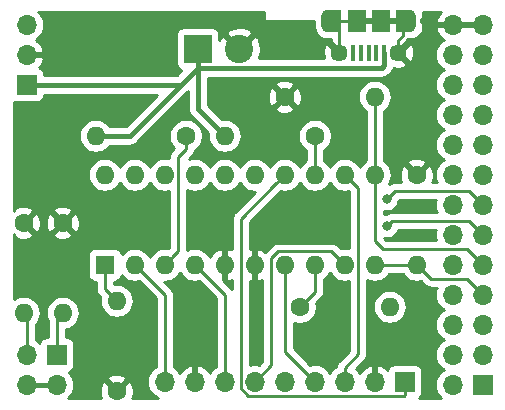
<source format=gbr>
G04 #@! TF.GenerationSoftware,KiCad,Pcbnew,(5.1.4)-1*
G04 #@! TF.CreationDate,2019-12-12T14:50:35-05:00*
G04 #@! TF.ProjectId,led_lock_ctrl,6c65645f-6c6f-4636-9b5f-6374726c2e6b,rev?*
G04 #@! TF.SameCoordinates,Original*
G04 #@! TF.FileFunction,Copper,L1,Top*
G04 #@! TF.FilePolarity,Positive*
%FSLAX46Y46*%
G04 Gerber Fmt 4.6, Leading zero omitted, Abs format (unit mm)*
G04 Created by KiCad (PCBNEW (5.1.4)-1) date 2019-12-12 14:50:35*
%MOMM*%
%LPD*%
G04 APERTURE LIST*
%ADD10O,1.600000X1.600000*%
%ADD11C,1.600000*%
%ADD12R,1.600000X1.600000*%
%ADD13O,1.700000X1.700000*%
%ADD14R,1.700000X1.700000*%
%ADD15C,2.400000*%
%ADD16R,2.400000X2.400000*%
%ADD17O,0.950000X1.900000*%
%ADD18R,1.200000X1.900000*%
%ADD19R,1.500000X1.900000*%
%ADD20R,0.400000X1.350000*%
%ADD21C,1.450000*%
%ADD22C,0.800000*%
%ADD23C,0.250000*%
%ADD24C,0.400000*%
%ADD25C,0.254000*%
G04 APERTURE END LIST*
D10*
X197612000Y-108966000D03*
D11*
X197612000Y-101346000D03*
D10*
X164338000Y-113030000D03*
D11*
X164338000Y-105410000D03*
D10*
X167640000Y-113030000D03*
D11*
X167640000Y-105410000D03*
D10*
X171196000Y-101346000D03*
X194056000Y-108966000D03*
X173736000Y-101346000D03*
X191516000Y-108966000D03*
X176276000Y-101346000D03*
X188976000Y-108966000D03*
X178816000Y-101346000D03*
X186436000Y-108966000D03*
X181356000Y-101346000D03*
X183896000Y-108966000D03*
X183896000Y-101346000D03*
X181356000Y-108966000D03*
X186436000Y-101346000D03*
X178816000Y-108966000D03*
X188976000Y-101346000D03*
X176276000Y-108966000D03*
X191516000Y-101346000D03*
X173736000Y-108966000D03*
X194056000Y-101346000D03*
D12*
X171196000Y-108966000D03*
D13*
X164592000Y-119126000D03*
X164592000Y-116586000D03*
X167132000Y-119126000D03*
D14*
X167132000Y-116586000D03*
D15*
X182570000Y-90678000D03*
D16*
X179070000Y-90678000D03*
D17*
X190048000Y-88296000D03*
X197048000Y-88296000D03*
D18*
X190648000Y-88296000D03*
X196448000Y-88296000D03*
D19*
X192548000Y-88296000D03*
X194548000Y-88296000D03*
D20*
X192248000Y-90996000D03*
X192898000Y-90996000D03*
X193548000Y-90996000D03*
X194198000Y-90996000D03*
X194848000Y-90996000D03*
D21*
X191048000Y-90996000D03*
X196048000Y-90996000D03*
D13*
X200660000Y-88646000D03*
X203200000Y-88646000D03*
X200660000Y-91186000D03*
X203200000Y-91186000D03*
X200660000Y-93726000D03*
X203200000Y-93726000D03*
X200660000Y-96266000D03*
X203200000Y-96266000D03*
X200660000Y-98806000D03*
X203200000Y-98806000D03*
X200660000Y-101346000D03*
X203200000Y-101346000D03*
X200660000Y-103886000D03*
X203200000Y-103886000D03*
X200660000Y-106426000D03*
X203200000Y-106426000D03*
X200660000Y-108966000D03*
X203200000Y-108966000D03*
X200660000Y-111506000D03*
X203200000Y-111506000D03*
X200660000Y-114046000D03*
X203200000Y-114046000D03*
X200660000Y-116586000D03*
X203200000Y-116586000D03*
X200660000Y-119126000D03*
D14*
X203200000Y-119126000D03*
D13*
X164592000Y-88646000D03*
X164592000Y-91186000D03*
D14*
X164592000Y-93726000D03*
D10*
X194056000Y-94742000D03*
D11*
X186436000Y-94742000D03*
D10*
X172212000Y-112014000D03*
D11*
X172212000Y-119634000D03*
D10*
X181356000Y-98044000D03*
D11*
X188976000Y-98044000D03*
D10*
X195326000Y-112522000D03*
D11*
X187706000Y-112522000D03*
D10*
X170434000Y-98044000D03*
D11*
X178054000Y-98044000D03*
D14*
X196596000Y-118872000D03*
D13*
X194056000Y-118872000D03*
X191516000Y-118872000D03*
X188976000Y-118872000D03*
X186436000Y-118872000D03*
X183896000Y-118872000D03*
X181356000Y-118872000D03*
X178816000Y-118872000D03*
X176276000Y-118872000D03*
D22*
X190500000Y-112014000D03*
X197612000Y-103886000D03*
X197612000Y-106426000D03*
X175260000Y-104648000D03*
X190246000Y-104648000D03*
X180340000Y-104648000D03*
X169926000Y-119634000D03*
X195072000Y-105664000D03*
X195072000Y-103378000D03*
D23*
X194548000Y-88296000D02*
X192548000Y-88296000D01*
X191548000Y-88296000D02*
X190673060Y-88296000D01*
X192548000Y-88296000D02*
X191548000Y-88296000D01*
X195548000Y-88296000D02*
X194548000Y-88296000D01*
X196422940Y-88296000D02*
X195548000Y-88296000D01*
X196422940Y-89595756D02*
X196422940Y-88296000D01*
X196048000Y-89970696D02*
X196422940Y-89595756D01*
X196048000Y-90996000D02*
X196048000Y-89970696D01*
X191048000Y-88670940D02*
X190673060Y-88296000D01*
X191048000Y-90996000D02*
X191048000Y-88670940D01*
D24*
X194640999Y-92278001D02*
X179070000Y-92278000D01*
X194848000Y-92071000D02*
X194640999Y-92278001D01*
X194848000Y-90996000D02*
X194848000Y-92071000D01*
X179070000Y-95758000D02*
X181356000Y-98044000D01*
X179070000Y-90678000D02*
X179070000Y-95758000D01*
X171565370Y-98044000D02*
X170434000Y-98044000D01*
X173304000Y-98044000D02*
X171565370Y-98044000D01*
X179070000Y-92278000D02*
X173304000Y-98044000D01*
X179070000Y-92278000D02*
X179070000Y-90678000D01*
X177622000Y-93726000D02*
X179070000Y-92278000D01*
X164592000Y-93726000D02*
X177622000Y-93726000D01*
D23*
X181356000Y-111506000D02*
X178816000Y-108966000D01*
X181356000Y-118872000D02*
X181356000Y-111506000D01*
X176276000Y-111506000D02*
X173736000Y-108966000D01*
X176276000Y-118872000D02*
X176276000Y-111506000D01*
X186436000Y-116332000D02*
X186436000Y-108966000D01*
X188976000Y-118872000D02*
X186436000Y-116332000D01*
X190716001Y-108166001D02*
X191516000Y-108966000D01*
X190390999Y-107840999D02*
X190716001Y-108166001D01*
X185895999Y-107840999D02*
X190390999Y-107840999D01*
X185310999Y-108425999D02*
X185895999Y-107840999D01*
X185310999Y-117457001D02*
X185310999Y-108425999D01*
X183896000Y-118872000D02*
X185310999Y-117457001D01*
X185636001Y-102145999D02*
X186436000Y-101346000D01*
X182720999Y-105061001D02*
X185636001Y-102145999D01*
X182720999Y-119436001D02*
X182720999Y-105061001D01*
X183331999Y-120047001D02*
X182720999Y-119436001D01*
X196520999Y-120047001D02*
X183331999Y-120047001D01*
X196596000Y-119972000D02*
X196520999Y-120047001D01*
X196596000Y-118872000D02*
X196596000Y-119972000D01*
X192315999Y-102145999D02*
X191516000Y-101346000D01*
X192641001Y-102471001D02*
X192315999Y-102145999D01*
X192641001Y-116544918D02*
X192641001Y-102471001D01*
X191516000Y-117669919D02*
X192641001Y-116544918D01*
X191516000Y-118872000D02*
X191516000Y-117669919D01*
X177075999Y-108166001D02*
X176276000Y-108966000D01*
X177401001Y-107840999D02*
X177075999Y-108166001D01*
X177401001Y-99828369D02*
X177401001Y-107840999D01*
X178054000Y-99175370D02*
X177401001Y-99828369D01*
X178054000Y-98044000D02*
X178054000Y-99175370D01*
X188976000Y-111252000D02*
X188976000Y-108966000D01*
X187706000Y-112522000D02*
X188976000Y-111252000D01*
X188976000Y-100214630D02*
X188976000Y-98044000D01*
X188976000Y-101346000D02*
X188976000Y-100214630D01*
X167132000Y-113538000D02*
X167640000Y-113030000D01*
X167132000Y-116586000D02*
X167132000Y-113538000D01*
X195485001Y-105250999D02*
X195072000Y-105664000D01*
X203200000Y-106426000D02*
X202024999Y-105250999D01*
X202024999Y-105250999D02*
X195485001Y-105250999D01*
X194056000Y-101346000D02*
X194056000Y-94742000D01*
X201835001Y-107601001D02*
X194723001Y-107601001D01*
X203200000Y-108966000D02*
X201835001Y-107601001D01*
X194056000Y-106934000D02*
X194056000Y-101346000D01*
X194723001Y-107601001D02*
X194056000Y-106934000D01*
X194056000Y-108966000D02*
X197612000Y-108966000D01*
X198411999Y-109765999D02*
X197612000Y-108966000D01*
X198787001Y-110141001D02*
X198411999Y-109765999D01*
X201835001Y-110141001D02*
X198787001Y-110141001D01*
X203200000Y-111506000D02*
X201835001Y-110141001D01*
X171196000Y-110998000D02*
X172212000Y-112014000D01*
X171196000Y-108966000D02*
X171196000Y-110998000D01*
D24*
X167132000Y-119126000D02*
X164592000Y-119126000D01*
D23*
X164592000Y-113284000D02*
X164338000Y-113030000D01*
X164592000Y-116586000D02*
X164592000Y-113284000D01*
X202024999Y-102710999D02*
X195739001Y-102710999D01*
X203200000Y-103886000D02*
X202024999Y-102710999D01*
X195739001Y-102710999D02*
X195072000Y-103378000D01*
D25*
G36*
X196413068Y-109767101D02*
G01*
X196592392Y-109985608D01*
X196810899Y-110164932D01*
X197060192Y-110298182D01*
X197330691Y-110380236D01*
X197541508Y-110401000D01*
X197682492Y-110401000D01*
X197893309Y-110380236D01*
X197937907Y-110366708D01*
X198223197Y-110651998D01*
X198247000Y-110681002D01*
X198362725Y-110775975D01*
X198494754Y-110846547D01*
X198638015Y-110890004D01*
X198749668Y-110901001D01*
X198749678Y-110901001D01*
X198787001Y-110904677D01*
X198824324Y-110901001D01*
X199299556Y-110901001D01*
X199281401Y-110934966D01*
X199196487Y-111214889D01*
X199167815Y-111506000D01*
X199196487Y-111797111D01*
X199281401Y-112077034D01*
X199419294Y-112335014D01*
X199604866Y-112561134D01*
X199830986Y-112746706D01*
X199885791Y-112776000D01*
X199830986Y-112805294D01*
X199604866Y-112990866D01*
X199419294Y-113216986D01*
X199281401Y-113474966D01*
X199196487Y-113754889D01*
X199167815Y-114046000D01*
X199196487Y-114337111D01*
X199281401Y-114617034D01*
X199419294Y-114875014D01*
X199604866Y-115101134D01*
X199830986Y-115286706D01*
X199885791Y-115316000D01*
X199830986Y-115345294D01*
X199604866Y-115530866D01*
X199419294Y-115756986D01*
X199281401Y-116014966D01*
X199196487Y-116294889D01*
X199167815Y-116586000D01*
X199196487Y-116877111D01*
X199281401Y-117157034D01*
X199419294Y-117415014D01*
X199604866Y-117641134D01*
X199830986Y-117826706D01*
X199885791Y-117856000D01*
X199830986Y-117885294D01*
X199604866Y-118070866D01*
X199419294Y-118296986D01*
X199281401Y-118554966D01*
X199196487Y-118834889D01*
X199167815Y-119126000D01*
X199196487Y-119417111D01*
X199281401Y-119697034D01*
X199419294Y-119955014D01*
X199604866Y-120181134D01*
X199681468Y-120244000D01*
X197810896Y-120244000D01*
X197897185Y-120173185D01*
X197976537Y-120076494D01*
X198035502Y-119966180D01*
X198071812Y-119846482D01*
X198084072Y-119722000D01*
X198084072Y-118022000D01*
X198071812Y-117897518D01*
X198035502Y-117777820D01*
X197976537Y-117667506D01*
X197897185Y-117570815D01*
X197800494Y-117491463D01*
X197690180Y-117432498D01*
X197570482Y-117396188D01*
X197446000Y-117383928D01*
X195746000Y-117383928D01*
X195621518Y-117396188D01*
X195501820Y-117432498D01*
X195391506Y-117491463D01*
X195294815Y-117570815D01*
X195215463Y-117667506D01*
X195156498Y-117777820D01*
X195132034Y-117858466D01*
X195056269Y-117774412D01*
X194822920Y-117600359D01*
X194560099Y-117475175D01*
X194412890Y-117430524D01*
X194183000Y-117551845D01*
X194183000Y-118745000D01*
X194203000Y-118745000D01*
X194203000Y-118999000D01*
X194183000Y-118999000D01*
X194183000Y-119019000D01*
X193929000Y-119019000D01*
X193929000Y-118999000D01*
X193909000Y-118999000D01*
X193909000Y-118745000D01*
X193929000Y-118745000D01*
X193929000Y-117551845D01*
X193699110Y-117430524D01*
X193551901Y-117475175D01*
X193289080Y-117600359D01*
X193055731Y-117774412D01*
X192860822Y-117990645D01*
X192791201Y-118107523D01*
X192756706Y-118042986D01*
X192571134Y-117816866D01*
X192501226Y-117759494D01*
X193152005Y-117108716D01*
X193181002Y-117084919D01*
X193275975Y-116969194D01*
X193346547Y-116837165D01*
X193390004Y-116693904D01*
X193401001Y-116582251D01*
X193401001Y-116582243D01*
X193404677Y-116544918D01*
X193401001Y-116507593D01*
X193401001Y-112522000D01*
X193884057Y-112522000D01*
X193911764Y-112803309D01*
X193993818Y-113073808D01*
X194127068Y-113323101D01*
X194306392Y-113541608D01*
X194524899Y-113720932D01*
X194774192Y-113854182D01*
X195044691Y-113936236D01*
X195255508Y-113957000D01*
X195396492Y-113957000D01*
X195607309Y-113936236D01*
X195877808Y-113854182D01*
X196127101Y-113720932D01*
X196345608Y-113541608D01*
X196524932Y-113323101D01*
X196658182Y-113073808D01*
X196740236Y-112803309D01*
X196767943Y-112522000D01*
X196740236Y-112240691D01*
X196658182Y-111970192D01*
X196524932Y-111720899D01*
X196345608Y-111502392D01*
X196127101Y-111323068D01*
X195877808Y-111189818D01*
X195607309Y-111107764D01*
X195396492Y-111087000D01*
X195255508Y-111087000D01*
X195044691Y-111107764D01*
X194774192Y-111189818D01*
X194524899Y-111323068D01*
X194306392Y-111502392D01*
X194127068Y-111720899D01*
X193993818Y-111970192D01*
X193911764Y-112240691D01*
X193884057Y-112522000D01*
X193401001Y-112522000D01*
X193401001Y-110243025D01*
X193504192Y-110298182D01*
X193774691Y-110380236D01*
X193985508Y-110401000D01*
X194126492Y-110401000D01*
X194337309Y-110380236D01*
X194607808Y-110298182D01*
X194857101Y-110164932D01*
X195075608Y-109985608D01*
X195254932Y-109767101D01*
X195276901Y-109726000D01*
X196391099Y-109726000D01*
X196413068Y-109767101D01*
X196413068Y-109767101D01*
G37*
X196413068Y-109767101D02*
X196592392Y-109985608D01*
X196810899Y-110164932D01*
X197060192Y-110298182D01*
X197330691Y-110380236D01*
X197541508Y-110401000D01*
X197682492Y-110401000D01*
X197893309Y-110380236D01*
X197937907Y-110366708D01*
X198223197Y-110651998D01*
X198247000Y-110681002D01*
X198362725Y-110775975D01*
X198494754Y-110846547D01*
X198638015Y-110890004D01*
X198749668Y-110901001D01*
X198749678Y-110901001D01*
X198787001Y-110904677D01*
X198824324Y-110901001D01*
X199299556Y-110901001D01*
X199281401Y-110934966D01*
X199196487Y-111214889D01*
X199167815Y-111506000D01*
X199196487Y-111797111D01*
X199281401Y-112077034D01*
X199419294Y-112335014D01*
X199604866Y-112561134D01*
X199830986Y-112746706D01*
X199885791Y-112776000D01*
X199830986Y-112805294D01*
X199604866Y-112990866D01*
X199419294Y-113216986D01*
X199281401Y-113474966D01*
X199196487Y-113754889D01*
X199167815Y-114046000D01*
X199196487Y-114337111D01*
X199281401Y-114617034D01*
X199419294Y-114875014D01*
X199604866Y-115101134D01*
X199830986Y-115286706D01*
X199885791Y-115316000D01*
X199830986Y-115345294D01*
X199604866Y-115530866D01*
X199419294Y-115756986D01*
X199281401Y-116014966D01*
X199196487Y-116294889D01*
X199167815Y-116586000D01*
X199196487Y-116877111D01*
X199281401Y-117157034D01*
X199419294Y-117415014D01*
X199604866Y-117641134D01*
X199830986Y-117826706D01*
X199885791Y-117856000D01*
X199830986Y-117885294D01*
X199604866Y-118070866D01*
X199419294Y-118296986D01*
X199281401Y-118554966D01*
X199196487Y-118834889D01*
X199167815Y-119126000D01*
X199196487Y-119417111D01*
X199281401Y-119697034D01*
X199419294Y-119955014D01*
X199604866Y-120181134D01*
X199681468Y-120244000D01*
X197810896Y-120244000D01*
X197897185Y-120173185D01*
X197976537Y-120076494D01*
X198035502Y-119966180D01*
X198071812Y-119846482D01*
X198084072Y-119722000D01*
X198084072Y-118022000D01*
X198071812Y-117897518D01*
X198035502Y-117777820D01*
X197976537Y-117667506D01*
X197897185Y-117570815D01*
X197800494Y-117491463D01*
X197690180Y-117432498D01*
X197570482Y-117396188D01*
X197446000Y-117383928D01*
X195746000Y-117383928D01*
X195621518Y-117396188D01*
X195501820Y-117432498D01*
X195391506Y-117491463D01*
X195294815Y-117570815D01*
X195215463Y-117667506D01*
X195156498Y-117777820D01*
X195132034Y-117858466D01*
X195056269Y-117774412D01*
X194822920Y-117600359D01*
X194560099Y-117475175D01*
X194412890Y-117430524D01*
X194183000Y-117551845D01*
X194183000Y-118745000D01*
X194203000Y-118745000D01*
X194203000Y-118999000D01*
X194183000Y-118999000D01*
X194183000Y-119019000D01*
X193929000Y-119019000D01*
X193929000Y-118999000D01*
X193909000Y-118999000D01*
X193909000Y-118745000D01*
X193929000Y-118745000D01*
X193929000Y-117551845D01*
X193699110Y-117430524D01*
X193551901Y-117475175D01*
X193289080Y-117600359D01*
X193055731Y-117774412D01*
X192860822Y-117990645D01*
X192791201Y-118107523D01*
X192756706Y-118042986D01*
X192571134Y-117816866D01*
X192501226Y-117759494D01*
X193152005Y-117108716D01*
X193181002Y-117084919D01*
X193275975Y-116969194D01*
X193346547Y-116837165D01*
X193390004Y-116693904D01*
X193401001Y-116582251D01*
X193401001Y-116582243D01*
X193404677Y-116544918D01*
X193401001Y-116507593D01*
X193401001Y-112522000D01*
X193884057Y-112522000D01*
X193911764Y-112803309D01*
X193993818Y-113073808D01*
X194127068Y-113323101D01*
X194306392Y-113541608D01*
X194524899Y-113720932D01*
X194774192Y-113854182D01*
X195044691Y-113936236D01*
X195255508Y-113957000D01*
X195396492Y-113957000D01*
X195607309Y-113936236D01*
X195877808Y-113854182D01*
X196127101Y-113720932D01*
X196345608Y-113541608D01*
X196524932Y-113323101D01*
X196658182Y-113073808D01*
X196740236Y-112803309D01*
X196767943Y-112522000D01*
X196740236Y-112240691D01*
X196658182Y-111970192D01*
X196524932Y-111720899D01*
X196345608Y-111502392D01*
X196127101Y-111323068D01*
X195877808Y-111189818D01*
X195607309Y-111107764D01*
X195396492Y-111087000D01*
X195255508Y-111087000D01*
X195044691Y-111107764D01*
X194774192Y-111189818D01*
X194524899Y-111323068D01*
X194306392Y-111502392D01*
X194127068Y-111720899D01*
X193993818Y-111970192D01*
X193911764Y-112240691D01*
X193884057Y-112522000D01*
X193401001Y-112522000D01*
X193401001Y-110243025D01*
X193504192Y-110298182D01*
X193774691Y-110380236D01*
X193985508Y-110401000D01*
X194126492Y-110401000D01*
X194337309Y-110380236D01*
X194607808Y-110298182D01*
X194857101Y-110164932D01*
X195075608Y-109985608D01*
X195254932Y-109767101D01*
X195276901Y-109726000D01*
X196391099Y-109726000D01*
X196413068Y-109767101D01*
G36*
X199562412Y-87645731D02*
G01*
X199388359Y-87879080D01*
X199263175Y-88141901D01*
X199218524Y-88289110D01*
X199339845Y-88519000D01*
X200533000Y-88519000D01*
X200533000Y-88499000D01*
X200787000Y-88499000D01*
X200787000Y-88519000D01*
X203073000Y-88519000D01*
X203073000Y-88499000D01*
X203327000Y-88499000D01*
X203327000Y-88519000D01*
X203347000Y-88519000D01*
X203347000Y-88773000D01*
X203327000Y-88773000D01*
X203327000Y-88793000D01*
X203073000Y-88793000D01*
X203073000Y-88773000D01*
X200787000Y-88773000D01*
X200787000Y-88793000D01*
X200533000Y-88793000D01*
X200533000Y-88773000D01*
X199339845Y-88773000D01*
X199218524Y-89002890D01*
X199263175Y-89150099D01*
X199388359Y-89412920D01*
X199562412Y-89646269D01*
X199778645Y-89841178D01*
X199895523Y-89910799D01*
X199830986Y-89945294D01*
X199604866Y-90130866D01*
X199419294Y-90356986D01*
X199281401Y-90614966D01*
X199196487Y-90894889D01*
X199167815Y-91186000D01*
X199196487Y-91477111D01*
X199281401Y-91757034D01*
X199419294Y-92015014D01*
X199604866Y-92241134D01*
X199830986Y-92426706D01*
X199885791Y-92456000D01*
X199830986Y-92485294D01*
X199604866Y-92670866D01*
X199419294Y-92896986D01*
X199281401Y-93154966D01*
X199196487Y-93434889D01*
X199167815Y-93726000D01*
X199196487Y-94017111D01*
X199281401Y-94297034D01*
X199419294Y-94555014D01*
X199604866Y-94781134D01*
X199830986Y-94966706D01*
X199885791Y-94996000D01*
X199830986Y-95025294D01*
X199604866Y-95210866D01*
X199419294Y-95436986D01*
X199281401Y-95694966D01*
X199196487Y-95974889D01*
X199167815Y-96266000D01*
X199196487Y-96557111D01*
X199281401Y-96837034D01*
X199419294Y-97095014D01*
X199604866Y-97321134D01*
X199830986Y-97506706D01*
X199885791Y-97536000D01*
X199830986Y-97565294D01*
X199604866Y-97750866D01*
X199419294Y-97976986D01*
X199281401Y-98234966D01*
X199196487Y-98514889D01*
X199167815Y-98806000D01*
X199196487Y-99097111D01*
X199281401Y-99377034D01*
X199419294Y-99635014D01*
X199604866Y-99861134D01*
X199830986Y-100046706D01*
X199885791Y-100076000D01*
X199830986Y-100105294D01*
X199604866Y-100290866D01*
X199419294Y-100516986D01*
X199281401Y-100774966D01*
X199196487Y-101054889D01*
X199167815Y-101346000D01*
X199196487Y-101637111D01*
X199281401Y-101917034D01*
X199299556Y-101950999D01*
X198913266Y-101950999D01*
X198969571Y-101832004D01*
X199038300Y-101557816D01*
X199052217Y-101275488D01*
X199010787Y-100995870D01*
X198915603Y-100729708D01*
X198848671Y-100604486D01*
X198604702Y-100532903D01*
X197791605Y-101346000D01*
X197805748Y-101360143D01*
X197626143Y-101539748D01*
X197612000Y-101525605D01*
X197597858Y-101539748D01*
X197418253Y-101360143D01*
X197432395Y-101346000D01*
X196619298Y-100532903D01*
X196375329Y-100604486D01*
X196254429Y-100859996D01*
X196185700Y-101134184D01*
X196171783Y-101416512D01*
X196213213Y-101696130D01*
X196304358Y-101950999D01*
X195776324Y-101950999D01*
X195739001Y-101947323D01*
X195701678Y-101950999D01*
X195701668Y-101950999D01*
X195590015Y-101961996D01*
X195446754Y-102005453D01*
X195314725Y-102076025D01*
X195275886Y-102107900D01*
X195388182Y-101897808D01*
X195470236Y-101627309D01*
X195497943Y-101346000D01*
X195470236Y-101064691D01*
X195388182Y-100794192D01*
X195254932Y-100544899D01*
X195097690Y-100353298D01*
X196798903Y-100353298D01*
X197612000Y-101166395D01*
X198425097Y-100353298D01*
X198353514Y-100109329D01*
X198098004Y-99988429D01*
X197823816Y-99919700D01*
X197541488Y-99905783D01*
X197261870Y-99947213D01*
X196995708Y-100042397D01*
X196870486Y-100109329D01*
X196798903Y-100353298D01*
X195097690Y-100353298D01*
X195075608Y-100326392D01*
X194857101Y-100147068D01*
X194816000Y-100125099D01*
X194816000Y-95962901D01*
X194857101Y-95940932D01*
X195075608Y-95761608D01*
X195254932Y-95543101D01*
X195388182Y-95293808D01*
X195470236Y-95023309D01*
X195497943Y-94742000D01*
X195470236Y-94460691D01*
X195388182Y-94190192D01*
X195254932Y-93940899D01*
X195075608Y-93722392D01*
X194857101Y-93543068D01*
X194607808Y-93409818D01*
X194337309Y-93327764D01*
X194126492Y-93307000D01*
X193985508Y-93307000D01*
X193774691Y-93327764D01*
X193504192Y-93409818D01*
X193254899Y-93543068D01*
X193036392Y-93722392D01*
X192857068Y-93940899D01*
X192723818Y-94190192D01*
X192641764Y-94460691D01*
X192614057Y-94742000D01*
X192641764Y-95023309D01*
X192723818Y-95293808D01*
X192857068Y-95543101D01*
X193036392Y-95761608D01*
X193254899Y-95940932D01*
X193296001Y-95962901D01*
X193296000Y-100125099D01*
X193254899Y-100147068D01*
X193036392Y-100326392D01*
X192857068Y-100544899D01*
X192786000Y-100677858D01*
X192714932Y-100544899D01*
X192535608Y-100326392D01*
X192317101Y-100147068D01*
X192067808Y-100013818D01*
X191797309Y-99931764D01*
X191586492Y-99911000D01*
X191445508Y-99911000D01*
X191234691Y-99931764D01*
X190964192Y-100013818D01*
X190714899Y-100147068D01*
X190496392Y-100326392D01*
X190317068Y-100544899D01*
X190246000Y-100677858D01*
X190174932Y-100544899D01*
X189995608Y-100326392D01*
X189777101Y-100147068D01*
X189736000Y-100125099D01*
X189736000Y-99262043D01*
X189890759Y-99158637D01*
X190090637Y-98958759D01*
X190247680Y-98723727D01*
X190355853Y-98462574D01*
X190411000Y-98185335D01*
X190411000Y-97902665D01*
X190355853Y-97625426D01*
X190247680Y-97364273D01*
X190090637Y-97129241D01*
X189890759Y-96929363D01*
X189655727Y-96772320D01*
X189394574Y-96664147D01*
X189117335Y-96609000D01*
X188834665Y-96609000D01*
X188557426Y-96664147D01*
X188296273Y-96772320D01*
X188061241Y-96929363D01*
X187861363Y-97129241D01*
X187704320Y-97364273D01*
X187596147Y-97625426D01*
X187541000Y-97902665D01*
X187541000Y-98185335D01*
X187596147Y-98462574D01*
X187704320Y-98723727D01*
X187861363Y-98958759D01*
X188061241Y-99158637D01*
X188216000Y-99262044D01*
X188216000Y-100125099D01*
X188174899Y-100147068D01*
X187956392Y-100326392D01*
X187777068Y-100544899D01*
X187706000Y-100677858D01*
X187634932Y-100544899D01*
X187455608Y-100326392D01*
X187237101Y-100147068D01*
X186987808Y-100013818D01*
X186717309Y-99931764D01*
X186506492Y-99911000D01*
X186365508Y-99911000D01*
X186154691Y-99931764D01*
X185884192Y-100013818D01*
X185634899Y-100147068D01*
X185416392Y-100326392D01*
X185237068Y-100544899D01*
X185166000Y-100677858D01*
X185094932Y-100544899D01*
X184915608Y-100326392D01*
X184697101Y-100147068D01*
X184447808Y-100013818D01*
X184177309Y-99931764D01*
X183966492Y-99911000D01*
X183825508Y-99911000D01*
X183614691Y-99931764D01*
X183344192Y-100013818D01*
X183094899Y-100147068D01*
X182876392Y-100326392D01*
X182697068Y-100544899D01*
X182626000Y-100677858D01*
X182554932Y-100544899D01*
X182375608Y-100326392D01*
X182157101Y-100147068D01*
X181907808Y-100013818D01*
X181637309Y-99931764D01*
X181426492Y-99911000D01*
X181285508Y-99911000D01*
X181074691Y-99931764D01*
X180804192Y-100013818D01*
X180554899Y-100147068D01*
X180336392Y-100326392D01*
X180157068Y-100544899D01*
X180086000Y-100677858D01*
X180014932Y-100544899D01*
X179835608Y-100326392D01*
X179617101Y-100147068D01*
X179367808Y-100013818D01*
X179097309Y-99931764D01*
X178886492Y-99911000D01*
X178745508Y-99911000D01*
X178534691Y-99931764D01*
X178301745Y-100002427D01*
X178565002Y-99739170D01*
X178594001Y-99715371D01*
X178627437Y-99674629D01*
X178688974Y-99599647D01*
X178759546Y-99467617D01*
X178778815Y-99404093D01*
X178803003Y-99324356D01*
X178808798Y-99265519D01*
X178968759Y-99158637D01*
X179168637Y-98958759D01*
X179325680Y-98723727D01*
X179433853Y-98462574D01*
X179489000Y-98185335D01*
X179489000Y-97902665D01*
X179433853Y-97625426D01*
X179325680Y-97364273D01*
X179168637Y-97129241D01*
X178968759Y-96929363D01*
X178733727Y-96772320D01*
X178472574Y-96664147D01*
X178195335Y-96609000D01*
X177912665Y-96609000D01*
X177635426Y-96664147D01*
X177374273Y-96772320D01*
X177139241Y-96929363D01*
X176939363Y-97129241D01*
X176782320Y-97364273D01*
X176674147Y-97625426D01*
X176619000Y-97902665D01*
X176619000Y-98185335D01*
X176674147Y-98462574D01*
X176782320Y-98723727D01*
X176939363Y-98958759D01*
X177067586Y-99086982D01*
X176890003Y-99264566D01*
X176861000Y-99288368D01*
X176831466Y-99324356D01*
X176766027Y-99404093D01*
X176725988Y-99479000D01*
X176695455Y-99536123D01*
X176651998Y-99679384D01*
X176641001Y-99791037D01*
X176641001Y-99791047D01*
X176637325Y-99828369D01*
X176641001Y-99865691D01*
X176641001Y-99957151D01*
X176557309Y-99931764D01*
X176346492Y-99911000D01*
X176205508Y-99911000D01*
X175994691Y-99931764D01*
X175724192Y-100013818D01*
X175474899Y-100147068D01*
X175256392Y-100326392D01*
X175077068Y-100544899D01*
X175006000Y-100677858D01*
X174934932Y-100544899D01*
X174755608Y-100326392D01*
X174537101Y-100147068D01*
X174287808Y-100013818D01*
X174017309Y-99931764D01*
X173806492Y-99911000D01*
X173665508Y-99911000D01*
X173454691Y-99931764D01*
X173184192Y-100013818D01*
X172934899Y-100147068D01*
X172716392Y-100326392D01*
X172537068Y-100544899D01*
X172466000Y-100677858D01*
X172394932Y-100544899D01*
X172215608Y-100326392D01*
X171997101Y-100147068D01*
X171747808Y-100013818D01*
X171477309Y-99931764D01*
X171266492Y-99911000D01*
X171125508Y-99911000D01*
X170914691Y-99931764D01*
X170644192Y-100013818D01*
X170394899Y-100147068D01*
X170176392Y-100326392D01*
X169997068Y-100544899D01*
X169863818Y-100794192D01*
X169781764Y-101064691D01*
X169754057Y-101346000D01*
X169781764Y-101627309D01*
X169863818Y-101897808D01*
X169997068Y-102147101D01*
X170176392Y-102365608D01*
X170394899Y-102544932D01*
X170644192Y-102678182D01*
X170914691Y-102760236D01*
X171125508Y-102781000D01*
X171266492Y-102781000D01*
X171477309Y-102760236D01*
X171747808Y-102678182D01*
X171997101Y-102544932D01*
X172215608Y-102365608D01*
X172394932Y-102147101D01*
X172466000Y-102014142D01*
X172537068Y-102147101D01*
X172716392Y-102365608D01*
X172934899Y-102544932D01*
X173184192Y-102678182D01*
X173454691Y-102760236D01*
X173665508Y-102781000D01*
X173806492Y-102781000D01*
X174017309Y-102760236D01*
X174287808Y-102678182D01*
X174537101Y-102544932D01*
X174755608Y-102365608D01*
X174934932Y-102147101D01*
X175006000Y-102014142D01*
X175077068Y-102147101D01*
X175256392Y-102365608D01*
X175474899Y-102544932D01*
X175724192Y-102678182D01*
X175994691Y-102760236D01*
X176205508Y-102781000D01*
X176346492Y-102781000D01*
X176557309Y-102760236D01*
X176641001Y-102734849D01*
X176641002Y-107526197D01*
X176601907Y-107565292D01*
X176557309Y-107551764D01*
X176346492Y-107531000D01*
X176205508Y-107531000D01*
X175994691Y-107551764D01*
X175724192Y-107633818D01*
X175474899Y-107767068D01*
X175256392Y-107946392D01*
X175077068Y-108164899D01*
X175006000Y-108297858D01*
X174934932Y-108164899D01*
X174755608Y-107946392D01*
X174537101Y-107767068D01*
X174287808Y-107633818D01*
X174017309Y-107551764D01*
X173806492Y-107531000D01*
X173665508Y-107531000D01*
X173454691Y-107551764D01*
X173184192Y-107633818D01*
X172934899Y-107767068D01*
X172716392Y-107946392D01*
X172623581Y-108059482D01*
X172621812Y-108041518D01*
X172585502Y-107921820D01*
X172526537Y-107811506D01*
X172447185Y-107714815D01*
X172350494Y-107635463D01*
X172240180Y-107576498D01*
X172120482Y-107540188D01*
X171996000Y-107527928D01*
X170396000Y-107527928D01*
X170271518Y-107540188D01*
X170151820Y-107576498D01*
X170041506Y-107635463D01*
X169944815Y-107714815D01*
X169865463Y-107811506D01*
X169806498Y-107921820D01*
X169770188Y-108041518D01*
X169757928Y-108166000D01*
X169757928Y-109766000D01*
X169770188Y-109890482D01*
X169806498Y-110010180D01*
X169865463Y-110120494D01*
X169944815Y-110217185D01*
X170041506Y-110296537D01*
X170151820Y-110355502D01*
X170271518Y-110391812D01*
X170396000Y-110404072D01*
X170436001Y-110404072D01*
X170436001Y-110960668D01*
X170432324Y-110998000D01*
X170446998Y-111146985D01*
X170490454Y-111290246D01*
X170561026Y-111422276D01*
X170629737Y-111506000D01*
X170656000Y-111538001D01*
X170684998Y-111561799D01*
X170811292Y-111688094D01*
X170797764Y-111732691D01*
X170770057Y-112014000D01*
X170797764Y-112295309D01*
X170879818Y-112565808D01*
X171013068Y-112815101D01*
X171192392Y-113033608D01*
X171410899Y-113212932D01*
X171660192Y-113346182D01*
X171930691Y-113428236D01*
X172141508Y-113449000D01*
X172282492Y-113449000D01*
X172493309Y-113428236D01*
X172763808Y-113346182D01*
X173013101Y-113212932D01*
X173231608Y-113033608D01*
X173410932Y-112815101D01*
X173544182Y-112565808D01*
X173626236Y-112295309D01*
X173653943Y-112014000D01*
X173626236Y-111732691D01*
X173544182Y-111462192D01*
X173410932Y-111212899D01*
X173231608Y-110994392D01*
X173013101Y-110815068D01*
X172763808Y-110681818D01*
X172493309Y-110599764D01*
X172282492Y-110579000D01*
X172141508Y-110579000D01*
X171956000Y-110597271D01*
X171956000Y-110404072D01*
X171996000Y-110404072D01*
X172120482Y-110391812D01*
X172240180Y-110355502D01*
X172350494Y-110296537D01*
X172447185Y-110217185D01*
X172526537Y-110120494D01*
X172585502Y-110010180D01*
X172621812Y-109890482D01*
X172623581Y-109872518D01*
X172716392Y-109985608D01*
X172934899Y-110164932D01*
X173184192Y-110298182D01*
X173454691Y-110380236D01*
X173665508Y-110401000D01*
X173806492Y-110401000D01*
X174017309Y-110380236D01*
X174061906Y-110366708D01*
X175516001Y-111820804D01*
X175516000Y-117594405D01*
X175446986Y-117631294D01*
X175220866Y-117816866D01*
X175035294Y-118042986D01*
X174897401Y-118300966D01*
X174812487Y-118580889D01*
X174783815Y-118872000D01*
X174812487Y-119163111D01*
X174897401Y-119443034D01*
X175035294Y-119701014D01*
X175220866Y-119927134D01*
X175446986Y-120112706D01*
X175692620Y-120244000D01*
X173510900Y-120244000D01*
X173569571Y-120120004D01*
X173638300Y-119845816D01*
X173652217Y-119563488D01*
X173610787Y-119283870D01*
X173515603Y-119017708D01*
X173448671Y-118892486D01*
X173204702Y-118820903D01*
X172391605Y-119634000D01*
X172405748Y-119648143D01*
X172226143Y-119827748D01*
X172212000Y-119813605D01*
X172197858Y-119827748D01*
X172018253Y-119648143D01*
X172032395Y-119634000D01*
X171219298Y-118820903D01*
X170975329Y-118892486D01*
X170854429Y-119147996D01*
X170785700Y-119422184D01*
X170771783Y-119704512D01*
X170813213Y-119984130D01*
X170906147Y-120244000D01*
X168110532Y-120244000D01*
X168187134Y-120181134D01*
X168372706Y-119955014D01*
X168510599Y-119697034D01*
X168595513Y-119417111D01*
X168624185Y-119126000D01*
X168595513Y-118834889D01*
X168536788Y-118641298D01*
X171398903Y-118641298D01*
X172212000Y-119454395D01*
X173025097Y-118641298D01*
X172953514Y-118397329D01*
X172698004Y-118276429D01*
X172423816Y-118207700D01*
X172141488Y-118193783D01*
X171861870Y-118235213D01*
X171595708Y-118330397D01*
X171470486Y-118397329D01*
X171398903Y-118641298D01*
X168536788Y-118641298D01*
X168510599Y-118554966D01*
X168372706Y-118296986D01*
X168187134Y-118070866D01*
X168157313Y-118046393D01*
X168226180Y-118025502D01*
X168336494Y-117966537D01*
X168433185Y-117887185D01*
X168512537Y-117790494D01*
X168571502Y-117680180D01*
X168607812Y-117560482D01*
X168620072Y-117436000D01*
X168620072Y-115736000D01*
X168607812Y-115611518D01*
X168571502Y-115491820D01*
X168512537Y-115381506D01*
X168433185Y-115284815D01*
X168336494Y-115205463D01*
X168226180Y-115146498D01*
X168106482Y-115110188D01*
X167982000Y-115097928D01*
X167892000Y-115097928D01*
X167892000Y-114447123D01*
X167921309Y-114444236D01*
X168191808Y-114362182D01*
X168441101Y-114228932D01*
X168659608Y-114049608D01*
X168838932Y-113831101D01*
X168972182Y-113581808D01*
X169054236Y-113311309D01*
X169081943Y-113030000D01*
X169054236Y-112748691D01*
X168972182Y-112478192D01*
X168838932Y-112228899D01*
X168659608Y-112010392D01*
X168441101Y-111831068D01*
X168191808Y-111697818D01*
X167921309Y-111615764D01*
X167710492Y-111595000D01*
X167569508Y-111595000D01*
X167358691Y-111615764D01*
X167088192Y-111697818D01*
X166838899Y-111831068D01*
X166620392Y-112010392D01*
X166441068Y-112228899D01*
X166307818Y-112478192D01*
X166225764Y-112748691D01*
X166198057Y-113030000D01*
X166225764Y-113311309D01*
X166307818Y-113581808D01*
X166372001Y-113701886D01*
X166372000Y-115097928D01*
X166282000Y-115097928D01*
X166157518Y-115110188D01*
X166037820Y-115146498D01*
X165927506Y-115205463D01*
X165830815Y-115284815D01*
X165751463Y-115381506D01*
X165692498Y-115491820D01*
X165671607Y-115560687D01*
X165647134Y-115530866D01*
X165421014Y-115345294D01*
X165352000Y-115308405D01*
X165352000Y-114054210D01*
X165357608Y-114049608D01*
X165536932Y-113831101D01*
X165670182Y-113581808D01*
X165752236Y-113311309D01*
X165779943Y-113030000D01*
X165752236Y-112748691D01*
X165670182Y-112478192D01*
X165536932Y-112228899D01*
X165357608Y-112010392D01*
X165139101Y-111831068D01*
X164889808Y-111697818D01*
X164619309Y-111615764D01*
X164408492Y-111595000D01*
X164267508Y-111595000D01*
X164056691Y-111615764D01*
X163786192Y-111697818D01*
X163536899Y-111831068D01*
X163474000Y-111882688D01*
X163474000Y-106453607D01*
X163524903Y-106402704D01*
X163596486Y-106646671D01*
X163851996Y-106767571D01*
X164126184Y-106836300D01*
X164408512Y-106850217D01*
X164688130Y-106808787D01*
X164954292Y-106713603D01*
X165079514Y-106646671D01*
X165151097Y-106402702D01*
X166826903Y-106402702D01*
X166898486Y-106646671D01*
X167153996Y-106767571D01*
X167428184Y-106836300D01*
X167710512Y-106850217D01*
X167990130Y-106808787D01*
X168256292Y-106713603D01*
X168381514Y-106646671D01*
X168453097Y-106402702D01*
X167640000Y-105589605D01*
X166826903Y-106402702D01*
X165151097Y-106402702D01*
X164338000Y-105589605D01*
X164323858Y-105603748D01*
X164144253Y-105424143D01*
X164158395Y-105410000D01*
X164517605Y-105410000D01*
X165330702Y-106223097D01*
X165574671Y-106151514D01*
X165695571Y-105896004D01*
X165764300Y-105621816D01*
X165771265Y-105480512D01*
X166199783Y-105480512D01*
X166241213Y-105760130D01*
X166336397Y-106026292D01*
X166403329Y-106151514D01*
X166647298Y-106223097D01*
X167460395Y-105410000D01*
X167819605Y-105410000D01*
X168632702Y-106223097D01*
X168876671Y-106151514D01*
X168997571Y-105896004D01*
X169066300Y-105621816D01*
X169080217Y-105339488D01*
X169038787Y-105059870D01*
X168943603Y-104793708D01*
X168876671Y-104668486D01*
X168632702Y-104596903D01*
X167819605Y-105410000D01*
X167460395Y-105410000D01*
X166647298Y-104596903D01*
X166403329Y-104668486D01*
X166282429Y-104923996D01*
X166213700Y-105198184D01*
X166199783Y-105480512D01*
X165771265Y-105480512D01*
X165778217Y-105339488D01*
X165736787Y-105059870D01*
X165641603Y-104793708D01*
X165574671Y-104668486D01*
X165330702Y-104596903D01*
X164517605Y-105410000D01*
X164158395Y-105410000D01*
X164144253Y-105395858D01*
X164323858Y-105216253D01*
X164338000Y-105230395D01*
X165151097Y-104417298D01*
X166826903Y-104417298D01*
X167640000Y-105230395D01*
X168453097Y-104417298D01*
X168381514Y-104173329D01*
X168126004Y-104052429D01*
X167851816Y-103983700D01*
X167569488Y-103969783D01*
X167289870Y-104011213D01*
X167023708Y-104106397D01*
X166898486Y-104173329D01*
X166826903Y-104417298D01*
X165151097Y-104417298D01*
X165079514Y-104173329D01*
X164824004Y-104052429D01*
X164549816Y-103983700D01*
X164267488Y-103969783D01*
X163987870Y-104011213D01*
X163721708Y-104106397D01*
X163596486Y-104173329D01*
X163524903Y-104417296D01*
X163474000Y-104366393D01*
X163474000Y-95152770D01*
X163497820Y-95165502D01*
X163617518Y-95201812D01*
X163742000Y-95214072D01*
X165442000Y-95214072D01*
X165566482Y-95201812D01*
X165686180Y-95165502D01*
X165796494Y-95106537D01*
X165893185Y-95027185D01*
X165972537Y-94930494D01*
X166031502Y-94820180D01*
X166067812Y-94700482D01*
X166080072Y-94576000D01*
X166080072Y-94561000D01*
X175606132Y-94561000D01*
X172958133Y-97209000D01*
X171605112Y-97209000D01*
X171453608Y-97024392D01*
X171235101Y-96845068D01*
X170985808Y-96711818D01*
X170715309Y-96629764D01*
X170504492Y-96609000D01*
X170363508Y-96609000D01*
X170152691Y-96629764D01*
X169882192Y-96711818D01*
X169632899Y-96845068D01*
X169414392Y-97024392D01*
X169235068Y-97242899D01*
X169101818Y-97492192D01*
X169019764Y-97762691D01*
X168992057Y-98044000D01*
X169019764Y-98325309D01*
X169101818Y-98595808D01*
X169235068Y-98845101D01*
X169414392Y-99063608D01*
X169632899Y-99242932D01*
X169882192Y-99376182D01*
X170152691Y-99458236D01*
X170363508Y-99479000D01*
X170504492Y-99479000D01*
X170715309Y-99458236D01*
X170985808Y-99376182D01*
X171235101Y-99242932D01*
X171453608Y-99063608D01*
X171605112Y-98879000D01*
X173262982Y-98879000D01*
X173304000Y-98883040D01*
X173345018Y-98879000D01*
X173345019Y-98879000D01*
X173467689Y-98866918D01*
X173625087Y-98819172D01*
X173770146Y-98741636D01*
X173897291Y-98637291D01*
X173923446Y-98605421D01*
X178183425Y-94345443D01*
X178215291Y-94319291D01*
X178235001Y-94295275D01*
X178235001Y-95716972D01*
X178230960Y-95758000D01*
X178247082Y-95921688D01*
X178294828Y-96079086D01*
X178349953Y-96182217D01*
X178372365Y-96224146D01*
X178476710Y-96351291D01*
X178508574Y-96377441D01*
X179937466Y-97806333D01*
X179914057Y-98044000D01*
X179941764Y-98325309D01*
X180023818Y-98595808D01*
X180157068Y-98845101D01*
X180336392Y-99063608D01*
X180554899Y-99242932D01*
X180804192Y-99376182D01*
X181074691Y-99458236D01*
X181285508Y-99479000D01*
X181426492Y-99479000D01*
X181637309Y-99458236D01*
X181907808Y-99376182D01*
X182157101Y-99242932D01*
X182375608Y-99063608D01*
X182554932Y-98845101D01*
X182688182Y-98595808D01*
X182770236Y-98325309D01*
X182797943Y-98044000D01*
X182770236Y-97762691D01*
X182688182Y-97492192D01*
X182554932Y-97242899D01*
X182375608Y-97024392D01*
X182157101Y-96845068D01*
X181907808Y-96711818D01*
X181637309Y-96629764D01*
X181426492Y-96609000D01*
X181285508Y-96609000D01*
X181118333Y-96625466D01*
X180227569Y-95734702D01*
X185622903Y-95734702D01*
X185694486Y-95978671D01*
X185949996Y-96099571D01*
X186224184Y-96168300D01*
X186506512Y-96182217D01*
X186786130Y-96140787D01*
X187052292Y-96045603D01*
X187177514Y-95978671D01*
X187249097Y-95734702D01*
X186436000Y-94921605D01*
X185622903Y-95734702D01*
X180227569Y-95734702D01*
X179905000Y-95412133D01*
X179905000Y-94812512D01*
X184995783Y-94812512D01*
X185037213Y-95092130D01*
X185132397Y-95358292D01*
X185199329Y-95483514D01*
X185443298Y-95555097D01*
X186256395Y-94742000D01*
X186615605Y-94742000D01*
X187428702Y-95555097D01*
X187672671Y-95483514D01*
X187793571Y-95228004D01*
X187862300Y-94953816D01*
X187876217Y-94671488D01*
X187834787Y-94391870D01*
X187739603Y-94125708D01*
X187672671Y-94000486D01*
X187428702Y-93928903D01*
X186615605Y-94742000D01*
X186256395Y-94742000D01*
X185443298Y-93928903D01*
X185199329Y-94000486D01*
X185078429Y-94255996D01*
X185009700Y-94530184D01*
X184995783Y-94812512D01*
X179905000Y-94812512D01*
X179905000Y-93749298D01*
X185622903Y-93749298D01*
X186436000Y-94562395D01*
X187249097Y-93749298D01*
X187177514Y-93505329D01*
X186922004Y-93384429D01*
X186647816Y-93315700D01*
X186365488Y-93301783D01*
X186085870Y-93343213D01*
X185819708Y-93438397D01*
X185694486Y-93505329D01*
X185622903Y-93749298D01*
X179905000Y-93749298D01*
X179905000Y-93112999D01*
X194599980Y-93113001D01*
X194640999Y-93117041D01*
X194682017Y-93113001D01*
X194682038Y-93112999D01*
X194804687Y-93100919D01*
X194962085Y-93053173D01*
X195107144Y-92975637D01*
X195187074Y-92910040D01*
X195234289Y-92871292D01*
X195260438Y-92839429D01*
X195409425Y-92690442D01*
X195441291Y-92664291D01*
X195545636Y-92537146D01*
X195623172Y-92392087D01*
X195651403Y-92299021D01*
X195853849Y-92348719D01*
X196121482Y-92360604D01*
X196386291Y-92320048D01*
X196638100Y-92228609D01*
X196745035Y-92171450D01*
X196807528Y-91935133D01*
X196048000Y-91175605D01*
X196033858Y-91189748D01*
X195854253Y-91010143D01*
X195868395Y-90996000D01*
X196227605Y-90996000D01*
X196987133Y-91755528D01*
X197223450Y-91693035D01*
X197336850Y-91450322D01*
X197400719Y-91190151D01*
X197412604Y-90922518D01*
X197372048Y-90657709D01*
X197280609Y-90405900D01*
X197223450Y-90298965D01*
X196987133Y-90236472D01*
X196227605Y-90996000D01*
X195868395Y-90996000D01*
X195854253Y-90981858D01*
X196033858Y-90802253D01*
X196048000Y-90816395D01*
X196807528Y-90056867D01*
X196761091Y-89881267D01*
X197048000Y-89884072D01*
X197079192Y-89881000D01*
X197175002Y-89881000D01*
X197175002Y-89871048D01*
X197292180Y-89835502D01*
X197319658Y-89820815D01*
X197345938Y-89840268D01*
X197559086Y-89764487D01*
X197743085Y-89645690D01*
X197900373Y-89493279D01*
X198024905Y-89313111D01*
X198111895Y-89112110D01*
X198158000Y-88898000D01*
X198158000Y-88423000D01*
X197983050Y-88423000D01*
X197983050Y-88169000D01*
X198158000Y-88169000D01*
X198158000Y-87694000D01*
X198122255Y-87528000D01*
X199693023Y-87528000D01*
X199562412Y-87645731D01*
X199562412Y-87645731D01*
G37*
X199562412Y-87645731D02*
X199388359Y-87879080D01*
X199263175Y-88141901D01*
X199218524Y-88289110D01*
X199339845Y-88519000D01*
X200533000Y-88519000D01*
X200533000Y-88499000D01*
X200787000Y-88499000D01*
X200787000Y-88519000D01*
X203073000Y-88519000D01*
X203073000Y-88499000D01*
X203327000Y-88499000D01*
X203327000Y-88519000D01*
X203347000Y-88519000D01*
X203347000Y-88773000D01*
X203327000Y-88773000D01*
X203327000Y-88793000D01*
X203073000Y-88793000D01*
X203073000Y-88773000D01*
X200787000Y-88773000D01*
X200787000Y-88793000D01*
X200533000Y-88793000D01*
X200533000Y-88773000D01*
X199339845Y-88773000D01*
X199218524Y-89002890D01*
X199263175Y-89150099D01*
X199388359Y-89412920D01*
X199562412Y-89646269D01*
X199778645Y-89841178D01*
X199895523Y-89910799D01*
X199830986Y-89945294D01*
X199604866Y-90130866D01*
X199419294Y-90356986D01*
X199281401Y-90614966D01*
X199196487Y-90894889D01*
X199167815Y-91186000D01*
X199196487Y-91477111D01*
X199281401Y-91757034D01*
X199419294Y-92015014D01*
X199604866Y-92241134D01*
X199830986Y-92426706D01*
X199885791Y-92456000D01*
X199830986Y-92485294D01*
X199604866Y-92670866D01*
X199419294Y-92896986D01*
X199281401Y-93154966D01*
X199196487Y-93434889D01*
X199167815Y-93726000D01*
X199196487Y-94017111D01*
X199281401Y-94297034D01*
X199419294Y-94555014D01*
X199604866Y-94781134D01*
X199830986Y-94966706D01*
X199885791Y-94996000D01*
X199830986Y-95025294D01*
X199604866Y-95210866D01*
X199419294Y-95436986D01*
X199281401Y-95694966D01*
X199196487Y-95974889D01*
X199167815Y-96266000D01*
X199196487Y-96557111D01*
X199281401Y-96837034D01*
X199419294Y-97095014D01*
X199604866Y-97321134D01*
X199830986Y-97506706D01*
X199885791Y-97536000D01*
X199830986Y-97565294D01*
X199604866Y-97750866D01*
X199419294Y-97976986D01*
X199281401Y-98234966D01*
X199196487Y-98514889D01*
X199167815Y-98806000D01*
X199196487Y-99097111D01*
X199281401Y-99377034D01*
X199419294Y-99635014D01*
X199604866Y-99861134D01*
X199830986Y-100046706D01*
X199885791Y-100076000D01*
X199830986Y-100105294D01*
X199604866Y-100290866D01*
X199419294Y-100516986D01*
X199281401Y-100774966D01*
X199196487Y-101054889D01*
X199167815Y-101346000D01*
X199196487Y-101637111D01*
X199281401Y-101917034D01*
X199299556Y-101950999D01*
X198913266Y-101950999D01*
X198969571Y-101832004D01*
X199038300Y-101557816D01*
X199052217Y-101275488D01*
X199010787Y-100995870D01*
X198915603Y-100729708D01*
X198848671Y-100604486D01*
X198604702Y-100532903D01*
X197791605Y-101346000D01*
X197805748Y-101360143D01*
X197626143Y-101539748D01*
X197612000Y-101525605D01*
X197597858Y-101539748D01*
X197418253Y-101360143D01*
X197432395Y-101346000D01*
X196619298Y-100532903D01*
X196375329Y-100604486D01*
X196254429Y-100859996D01*
X196185700Y-101134184D01*
X196171783Y-101416512D01*
X196213213Y-101696130D01*
X196304358Y-101950999D01*
X195776324Y-101950999D01*
X195739001Y-101947323D01*
X195701678Y-101950999D01*
X195701668Y-101950999D01*
X195590015Y-101961996D01*
X195446754Y-102005453D01*
X195314725Y-102076025D01*
X195275886Y-102107900D01*
X195388182Y-101897808D01*
X195470236Y-101627309D01*
X195497943Y-101346000D01*
X195470236Y-101064691D01*
X195388182Y-100794192D01*
X195254932Y-100544899D01*
X195097690Y-100353298D01*
X196798903Y-100353298D01*
X197612000Y-101166395D01*
X198425097Y-100353298D01*
X198353514Y-100109329D01*
X198098004Y-99988429D01*
X197823816Y-99919700D01*
X197541488Y-99905783D01*
X197261870Y-99947213D01*
X196995708Y-100042397D01*
X196870486Y-100109329D01*
X196798903Y-100353298D01*
X195097690Y-100353298D01*
X195075608Y-100326392D01*
X194857101Y-100147068D01*
X194816000Y-100125099D01*
X194816000Y-95962901D01*
X194857101Y-95940932D01*
X195075608Y-95761608D01*
X195254932Y-95543101D01*
X195388182Y-95293808D01*
X195470236Y-95023309D01*
X195497943Y-94742000D01*
X195470236Y-94460691D01*
X195388182Y-94190192D01*
X195254932Y-93940899D01*
X195075608Y-93722392D01*
X194857101Y-93543068D01*
X194607808Y-93409818D01*
X194337309Y-93327764D01*
X194126492Y-93307000D01*
X193985508Y-93307000D01*
X193774691Y-93327764D01*
X193504192Y-93409818D01*
X193254899Y-93543068D01*
X193036392Y-93722392D01*
X192857068Y-93940899D01*
X192723818Y-94190192D01*
X192641764Y-94460691D01*
X192614057Y-94742000D01*
X192641764Y-95023309D01*
X192723818Y-95293808D01*
X192857068Y-95543101D01*
X193036392Y-95761608D01*
X193254899Y-95940932D01*
X193296001Y-95962901D01*
X193296000Y-100125099D01*
X193254899Y-100147068D01*
X193036392Y-100326392D01*
X192857068Y-100544899D01*
X192786000Y-100677858D01*
X192714932Y-100544899D01*
X192535608Y-100326392D01*
X192317101Y-100147068D01*
X192067808Y-100013818D01*
X191797309Y-99931764D01*
X191586492Y-99911000D01*
X191445508Y-99911000D01*
X191234691Y-99931764D01*
X190964192Y-100013818D01*
X190714899Y-100147068D01*
X190496392Y-100326392D01*
X190317068Y-100544899D01*
X190246000Y-100677858D01*
X190174932Y-100544899D01*
X189995608Y-100326392D01*
X189777101Y-100147068D01*
X189736000Y-100125099D01*
X189736000Y-99262043D01*
X189890759Y-99158637D01*
X190090637Y-98958759D01*
X190247680Y-98723727D01*
X190355853Y-98462574D01*
X190411000Y-98185335D01*
X190411000Y-97902665D01*
X190355853Y-97625426D01*
X190247680Y-97364273D01*
X190090637Y-97129241D01*
X189890759Y-96929363D01*
X189655727Y-96772320D01*
X189394574Y-96664147D01*
X189117335Y-96609000D01*
X188834665Y-96609000D01*
X188557426Y-96664147D01*
X188296273Y-96772320D01*
X188061241Y-96929363D01*
X187861363Y-97129241D01*
X187704320Y-97364273D01*
X187596147Y-97625426D01*
X187541000Y-97902665D01*
X187541000Y-98185335D01*
X187596147Y-98462574D01*
X187704320Y-98723727D01*
X187861363Y-98958759D01*
X188061241Y-99158637D01*
X188216000Y-99262044D01*
X188216000Y-100125099D01*
X188174899Y-100147068D01*
X187956392Y-100326392D01*
X187777068Y-100544899D01*
X187706000Y-100677858D01*
X187634932Y-100544899D01*
X187455608Y-100326392D01*
X187237101Y-100147068D01*
X186987808Y-100013818D01*
X186717309Y-99931764D01*
X186506492Y-99911000D01*
X186365508Y-99911000D01*
X186154691Y-99931764D01*
X185884192Y-100013818D01*
X185634899Y-100147068D01*
X185416392Y-100326392D01*
X185237068Y-100544899D01*
X185166000Y-100677858D01*
X185094932Y-100544899D01*
X184915608Y-100326392D01*
X184697101Y-100147068D01*
X184447808Y-100013818D01*
X184177309Y-99931764D01*
X183966492Y-99911000D01*
X183825508Y-99911000D01*
X183614691Y-99931764D01*
X183344192Y-100013818D01*
X183094899Y-100147068D01*
X182876392Y-100326392D01*
X182697068Y-100544899D01*
X182626000Y-100677858D01*
X182554932Y-100544899D01*
X182375608Y-100326392D01*
X182157101Y-100147068D01*
X181907808Y-100013818D01*
X181637309Y-99931764D01*
X181426492Y-99911000D01*
X181285508Y-99911000D01*
X181074691Y-99931764D01*
X180804192Y-100013818D01*
X180554899Y-100147068D01*
X180336392Y-100326392D01*
X180157068Y-100544899D01*
X180086000Y-100677858D01*
X180014932Y-100544899D01*
X179835608Y-100326392D01*
X179617101Y-100147068D01*
X179367808Y-100013818D01*
X179097309Y-99931764D01*
X178886492Y-99911000D01*
X178745508Y-99911000D01*
X178534691Y-99931764D01*
X178301745Y-100002427D01*
X178565002Y-99739170D01*
X178594001Y-99715371D01*
X178627437Y-99674629D01*
X178688974Y-99599647D01*
X178759546Y-99467617D01*
X178778815Y-99404093D01*
X178803003Y-99324356D01*
X178808798Y-99265519D01*
X178968759Y-99158637D01*
X179168637Y-98958759D01*
X179325680Y-98723727D01*
X179433853Y-98462574D01*
X179489000Y-98185335D01*
X179489000Y-97902665D01*
X179433853Y-97625426D01*
X179325680Y-97364273D01*
X179168637Y-97129241D01*
X178968759Y-96929363D01*
X178733727Y-96772320D01*
X178472574Y-96664147D01*
X178195335Y-96609000D01*
X177912665Y-96609000D01*
X177635426Y-96664147D01*
X177374273Y-96772320D01*
X177139241Y-96929363D01*
X176939363Y-97129241D01*
X176782320Y-97364273D01*
X176674147Y-97625426D01*
X176619000Y-97902665D01*
X176619000Y-98185335D01*
X176674147Y-98462574D01*
X176782320Y-98723727D01*
X176939363Y-98958759D01*
X177067586Y-99086982D01*
X176890003Y-99264566D01*
X176861000Y-99288368D01*
X176831466Y-99324356D01*
X176766027Y-99404093D01*
X176725988Y-99479000D01*
X176695455Y-99536123D01*
X176651998Y-99679384D01*
X176641001Y-99791037D01*
X176641001Y-99791047D01*
X176637325Y-99828369D01*
X176641001Y-99865691D01*
X176641001Y-99957151D01*
X176557309Y-99931764D01*
X176346492Y-99911000D01*
X176205508Y-99911000D01*
X175994691Y-99931764D01*
X175724192Y-100013818D01*
X175474899Y-100147068D01*
X175256392Y-100326392D01*
X175077068Y-100544899D01*
X175006000Y-100677858D01*
X174934932Y-100544899D01*
X174755608Y-100326392D01*
X174537101Y-100147068D01*
X174287808Y-100013818D01*
X174017309Y-99931764D01*
X173806492Y-99911000D01*
X173665508Y-99911000D01*
X173454691Y-99931764D01*
X173184192Y-100013818D01*
X172934899Y-100147068D01*
X172716392Y-100326392D01*
X172537068Y-100544899D01*
X172466000Y-100677858D01*
X172394932Y-100544899D01*
X172215608Y-100326392D01*
X171997101Y-100147068D01*
X171747808Y-100013818D01*
X171477309Y-99931764D01*
X171266492Y-99911000D01*
X171125508Y-99911000D01*
X170914691Y-99931764D01*
X170644192Y-100013818D01*
X170394899Y-100147068D01*
X170176392Y-100326392D01*
X169997068Y-100544899D01*
X169863818Y-100794192D01*
X169781764Y-101064691D01*
X169754057Y-101346000D01*
X169781764Y-101627309D01*
X169863818Y-101897808D01*
X169997068Y-102147101D01*
X170176392Y-102365608D01*
X170394899Y-102544932D01*
X170644192Y-102678182D01*
X170914691Y-102760236D01*
X171125508Y-102781000D01*
X171266492Y-102781000D01*
X171477309Y-102760236D01*
X171747808Y-102678182D01*
X171997101Y-102544932D01*
X172215608Y-102365608D01*
X172394932Y-102147101D01*
X172466000Y-102014142D01*
X172537068Y-102147101D01*
X172716392Y-102365608D01*
X172934899Y-102544932D01*
X173184192Y-102678182D01*
X173454691Y-102760236D01*
X173665508Y-102781000D01*
X173806492Y-102781000D01*
X174017309Y-102760236D01*
X174287808Y-102678182D01*
X174537101Y-102544932D01*
X174755608Y-102365608D01*
X174934932Y-102147101D01*
X175006000Y-102014142D01*
X175077068Y-102147101D01*
X175256392Y-102365608D01*
X175474899Y-102544932D01*
X175724192Y-102678182D01*
X175994691Y-102760236D01*
X176205508Y-102781000D01*
X176346492Y-102781000D01*
X176557309Y-102760236D01*
X176641001Y-102734849D01*
X176641002Y-107526197D01*
X176601907Y-107565292D01*
X176557309Y-107551764D01*
X176346492Y-107531000D01*
X176205508Y-107531000D01*
X175994691Y-107551764D01*
X175724192Y-107633818D01*
X175474899Y-107767068D01*
X175256392Y-107946392D01*
X175077068Y-108164899D01*
X175006000Y-108297858D01*
X174934932Y-108164899D01*
X174755608Y-107946392D01*
X174537101Y-107767068D01*
X174287808Y-107633818D01*
X174017309Y-107551764D01*
X173806492Y-107531000D01*
X173665508Y-107531000D01*
X173454691Y-107551764D01*
X173184192Y-107633818D01*
X172934899Y-107767068D01*
X172716392Y-107946392D01*
X172623581Y-108059482D01*
X172621812Y-108041518D01*
X172585502Y-107921820D01*
X172526537Y-107811506D01*
X172447185Y-107714815D01*
X172350494Y-107635463D01*
X172240180Y-107576498D01*
X172120482Y-107540188D01*
X171996000Y-107527928D01*
X170396000Y-107527928D01*
X170271518Y-107540188D01*
X170151820Y-107576498D01*
X170041506Y-107635463D01*
X169944815Y-107714815D01*
X169865463Y-107811506D01*
X169806498Y-107921820D01*
X169770188Y-108041518D01*
X169757928Y-108166000D01*
X169757928Y-109766000D01*
X169770188Y-109890482D01*
X169806498Y-110010180D01*
X169865463Y-110120494D01*
X169944815Y-110217185D01*
X170041506Y-110296537D01*
X170151820Y-110355502D01*
X170271518Y-110391812D01*
X170396000Y-110404072D01*
X170436001Y-110404072D01*
X170436001Y-110960668D01*
X170432324Y-110998000D01*
X170446998Y-111146985D01*
X170490454Y-111290246D01*
X170561026Y-111422276D01*
X170629737Y-111506000D01*
X170656000Y-111538001D01*
X170684998Y-111561799D01*
X170811292Y-111688094D01*
X170797764Y-111732691D01*
X170770057Y-112014000D01*
X170797764Y-112295309D01*
X170879818Y-112565808D01*
X171013068Y-112815101D01*
X171192392Y-113033608D01*
X171410899Y-113212932D01*
X171660192Y-113346182D01*
X171930691Y-113428236D01*
X172141508Y-113449000D01*
X172282492Y-113449000D01*
X172493309Y-113428236D01*
X172763808Y-113346182D01*
X173013101Y-113212932D01*
X173231608Y-113033608D01*
X173410932Y-112815101D01*
X173544182Y-112565808D01*
X173626236Y-112295309D01*
X173653943Y-112014000D01*
X173626236Y-111732691D01*
X173544182Y-111462192D01*
X173410932Y-111212899D01*
X173231608Y-110994392D01*
X173013101Y-110815068D01*
X172763808Y-110681818D01*
X172493309Y-110599764D01*
X172282492Y-110579000D01*
X172141508Y-110579000D01*
X171956000Y-110597271D01*
X171956000Y-110404072D01*
X171996000Y-110404072D01*
X172120482Y-110391812D01*
X172240180Y-110355502D01*
X172350494Y-110296537D01*
X172447185Y-110217185D01*
X172526537Y-110120494D01*
X172585502Y-110010180D01*
X172621812Y-109890482D01*
X172623581Y-109872518D01*
X172716392Y-109985608D01*
X172934899Y-110164932D01*
X173184192Y-110298182D01*
X173454691Y-110380236D01*
X173665508Y-110401000D01*
X173806492Y-110401000D01*
X174017309Y-110380236D01*
X174061906Y-110366708D01*
X175516001Y-111820804D01*
X175516000Y-117594405D01*
X175446986Y-117631294D01*
X175220866Y-117816866D01*
X175035294Y-118042986D01*
X174897401Y-118300966D01*
X174812487Y-118580889D01*
X174783815Y-118872000D01*
X174812487Y-119163111D01*
X174897401Y-119443034D01*
X175035294Y-119701014D01*
X175220866Y-119927134D01*
X175446986Y-120112706D01*
X175692620Y-120244000D01*
X173510900Y-120244000D01*
X173569571Y-120120004D01*
X173638300Y-119845816D01*
X173652217Y-119563488D01*
X173610787Y-119283870D01*
X173515603Y-119017708D01*
X173448671Y-118892486D01*
X173204702Y-118820903D01*
X172391605Y-119634000D01*
X172405748Y-119648143D01*
X172226143Y-119827748D01*
X172212000Y-119813605D01*
X172197858Y-119827748D01*
X172018253Y-119648143D01*
X172032395Y-119634000D01*
X171219298Y-118820903D01*
X170975329Y-118892486D01*
X170854429Y-119147996D01*
X170785700Y-119422184D01*
X170771783Y-119704512D01*
X170813213Y-119984130D01*
X170906147Y-120244000D01*
X168110532Y-120244000D01*
X168187134Y-120181134D01*
X168372706Y-119955014D01*
X168510599Y-119697034D01*
X168595513Y-119417111D01*
X168624185Y-119126000D01*
X168595513Y-118834889D01*
X168536788Y-118641298D01*
X171398903Y-118641298D01*
X172212000Y-119454395D01*
X173025097Y-118641298D01*
X172953514Y-118397329D01*
X172698004Y-118276429D01*
X172423816Y-118207700D01*
X172141488Y-118193783D01*
X171861870Y-118235213D01*
X171595708Y-118330397D01*
X171470486Y-118397329D01*
X171398903Y-118641298D01*
X168536788Y-118641298D01*
X168510599Y-118554966D01*
X168372706Y-118296986D01*
X168187134Y-118070866D01*
X168157313Y-118046393D01*
X168226180Y-118025502D01*
X168336494Y-117966537D01*
X168433185Y-117887185D01*
X168512537Y-117790494D01*
X168571502Y-117680180D01*
X168607812Y-117560482D01*
X168620072Y-117436000D01*
X168620072Y-115736000D01*
X168607812Y-115611518D01*
X168571502Y-115491820D01*
X168512537Y-115381506D01*
X168433185Y-115284815D01*
X168336494Y-115205463D01*
X168226180Y-115146498D01*
X168106482Y-115110188D01*
X167982000Y-115097928D01*
X167892000Y-115097928D01*
X167892000Y-114447123D01*
X167921309Y-114444236D01*
X168191808Y-114362182D01*
X168441101Y-114228932D01*
X168659608Y-114049608D01*
X168838932Y-113831101D01*
X168972182Y-113581808D01*
X169054236Y-113311309D01*
X169081943Y-113030000D01*
X169054236Y-112748691D01*
X168972182Y-112478192D01*
X168838932Y-112228899D01*
X168659608Y-112010392D01*
X168441101Y-111831068D01*
X168191808Y-111697818D01*
X167921309Y-111615764D01*
X167710492Y-111595000D01*
X167569508Y-111595000D01*
X167358691Y-111615764D01*
X167088192Y-111697818D01*
X166838899Y-111831068D01*
X166620392Y-112010392D01*
X166441068Y-112228899D01*
X166307818Y-112478192D01*
X166225764Y-112748691D01*
X166198057Y-113030000D01*
X166225764Y-113311309D01*
X166307818Y-113581808D01*
X166372001Y-113701886D01*
X166372000Y-115097928D01*
X166282000Y-115097928D01*
X166157518Y-115110188D01*
X166037820Y-115146498D01*
X165927506Y-115205463D01*
X165830815Y-115284815D01*
X165751463Y-115381506D01*
X165692498Y-115491820D01*
X165671607Y-115560687D01*
X165647134Y-115530866D01*
X165421014Y-115345294D01*
X165352000Y-115308405D01*
X165352000Y-114054210D01*
X165357608Y-114049608D01*
X165536932Y-113831101D01*
X165670182Y-113581808D01*
X165752236Y-113311309D01*
X165779943Y-113030000D01*
X165752236Y-112748691D01*
X165670182Y-112478192D01*
X165536932Y-112228899D01*
X165357608Y-112010392D01*
X165139101Y-111831068D01*
X164889808Y-111697818D01*
X164619309Y-111615764D01*
X164408492Y-111595000D01*
X164267508Y-111595000D01*
X164056691Y-111615764D01*
X163786192Y-111697818D01*
X163536899Y-111831068D01*
X163474000Y-111882688D01*
X163474000Y-106453607D01*
X163524903Y-106402704D01*
X163596486Y-106646671D01*
X163851996Y-106767571D01*
X164126184Y-106836300D01*
X164408512Y-106850217D01*
X164688130Y-106808787D01*
X164954292Y-106713603D01*
X165079514Y-106646671D01*
X165151097Y-106402702D01*
X166826903Y-106402702D01*
X166898486Y-106646671D01*
X167153996Y-106767571D01*
X167428184Y-106836300D01*
X167710512Y-106850217D01*
X167990130Y-106808787D01*
X168256292Y-106713603D01*
X168381514Y-106646671D01*
X168453097Y-106402702D01*
X167640000Y-105589605D01*
X166826903Y-106402702D01*
X165151097Y-106402702D01*
X164338000Y-105589605D01*
X164323858Y-105603748D01*
X164144253Y-105424143D01*
X164158395Y-105410000D01*
X164517605Y-105410000D01*
X165330702Y-106223097D01*
X165574671Y-106151514D01*
X165695571Y-105896004D01*
X165764300Y-105621816D01*
X165771265Y-105480512D01*
X166199783Y-105480512D01*
X166241213Y-105760130D01*
X166336397Y-106026292D01*
X166403329Y-106151514D01*
X166647298Y-106223097D01*
X167460395Y-105410000D01*
X167819605Y-105410000D01*
X168632702Y-106223097D01*
X168876671Y-106151514D01*
X168997571Y-105896004D01*
X169066300Y-105621816D01*
X169080217Y-105339488D01*
X169038787Y-105059870D01*
X168943603Y-104793708D01*
X168876671Y-104668486D01*
X168632702Y-104596903D01*
X167819605Y-105410000D01*
X167460395Y-105410000D01*
X166647298Y-104596903D01*
X166403329Y-104668486D01*
X166282429Y-104923996D01*
X166213700Y-105198184D01*
X166199783Y-105480512D01*
X165771265Y-105480512D01*
X165778217Y-105339488D01*
X165736787Y-105059870D01*
X165641603Y-104793708D01*
X165574671Y-104668486D01*
X165330702Y-104596903D01*
X164517605Y-105410000D01*
X164158395Y-105410000D01*
X164144253Y-105395858D01*
X164323858Y-105216253D01*
X164338000Y-105230395D01*
X165151097Y-104417298D01*
X166826903Y-104417298D01*
X167640000Y-105230395D01*
X168453097Y-104417298D01*
X168381514Y-104173329D01*
X168126004Y-104052429D01*
X167851816Y-103983700D01*
X167569488Y-103969783D01*
X167289870Y-104011213D01*
X167023708Y-104106397D01*
X166898486Y-104173329D01*
X166826903Y-104417298D01*
X165151097Y-104417298D01*
X165079514Y-104173329D01*
X164824004Y-104052429D01*
X164549816Y-103983700D01*
X164267488Y-103969783D01*
X163987870Y-104011213D01*
X163721708Y-104106397D01*
X163596486Y-104173329D01*
X163524903Y-104417296D01*
X163474000Y-104366393D01*
X163474000Y-95152770D01*
X163497820Y-95165502D01*
X163617518Y-95201812D01*
X163742000Y-95214072D01*
X165442000Y-95214072D01*
X165566482Y-95201812D01*
X165686180Y-95165502D01*
X165796494Y-95106537D01*
X165893185Y-95027185D01*
X165972537Y-94930494D01*
X166031502Y-94820180D01*
X166067812Y-94700482D01*
X166080072Y-94576000D01*
X166080072Y-94561000D01*
X175606132Y-94561000D01*
X172958133Y-97209000D01*
X171605112Y-97209000D01*
X171453608Y-97024392D01*
X171235101Y-96845068D01*
X170985808Y-96711818D01*
X170715309Y-96629764D01*
X170504492Y-96609000D01*
X170363508Y-96609000D01*
X170152691Y-96629764D01*
X169882192Y-96711818D01*
X169632899Y-96845068D01*
X169414392Y-97024392D01*
X169235068Y-97242899D01*
X169101818Y-97492192D01*
X169019764Y-97762691D01*
X168992057Y-98044000D01*
X169019764Y-98325309D01*
X169101818Y-98595808D01*
X169235068Y-98845101D01*
X169414392Y-99063608D01*
X169632899Y-99242932D01*
X169882192Y-99376182D01*
X170152691Y-99458236D01*
X170363508Y-99479000D01*
X170504492Y-99479000D01*
X170715309Y-99458236D01*
X170985808Y-99376182D01*
X171235101Y-99242932D01*
X171453608Y-99063608D01*
X171605112Y-98879000D01*
X173262982Y-98879000D01*
X173304000Y-98883040D01*
X173345018Y-98879000D01*
X173345019Y-98879000D01*
X173467689Y-98866918D01*
X173625087Y-98819172D01*
X173770146Y-98741636D01*
X173897291Y-98637291D01*
X173923446Y-98605421D01*
X178183425Y-94345443D01*
X178215291Y-94319291D01*
X178235001Y-94295275D01*
X178235001Y-95716972D01*
X178230960Y-95758000D01*
X178247082Y-95921688D01*
X178294828Y-96079086D01*
X178349953Y-96182217D01*
X178372365Y-96224146D01*
X178476710Y-96351291D01*
X178508574Y-96377441D01*
X179937466Y-97806333D01*
X179914057Y-98044000D01*
X179941764Y-98325309D01*
X180023818Y-98595808D01*
X180157068Y-98845101D01*
X180336392Y-99063608D01*
X180554899Y-99242932D01*
X180804192Y-99376182D01*
X181074691Y-99458236D01*
X181285508Y-99479000D01*
X181426492Y-99479000D01*
X181637309Y-99458236D01*
X181907808Y-99376182D01*
X182157101Y-99242932D01*
X182375608Y-99063608D01*
X182554932Y-98845101D01*
X182688182Y-98595808D01*
X182770236Y-98325309D01*
X182797943Y-98044000D01*
X182770236Y-97762691D01*
X182688182Y-97492192D01*
X182554932Y-97242899D01*
X182375608Y-97024392D01*
X182157101Y-96845068D01*
X181907808Y-96711818D01*
X181637309Y-96629764D01*
X181426492Y-96609000D01*
X181285508Y-96609000D01*
X181118333Y-96625466D01*
X180227569Y-95734702D01*
X185622903Y-95734702D01*
X185694486Y-95978671D01*
X185949996Y-96099571D01*
X186224184Y-96168300D01*
X186506512Y-96182217D01*
X186786130Y-96140787D01*
X187052292Y-96045603D01*
X187177514Y-95978671D01*
X187249097Y-95734702D01*
X186436000Y-94921605D01*
X185622903Y-95734702D01*
X180227569Y-95734702D01*
X179905000Y-95412133D01*
X179905000Y-94812512D01*
X184995783Y-94812512D01*
X185037213Y-95092130D01*
X185132397Y-95358292D01*
X185199329Y-95483514D01*
X185443298Y-95555097D01*
X186256395Y-94742000D01*
X186615605Y-94742000D01*
X187428702Y-95555097D01*
X187672671Y-95483514D01*
X187793571Y-95228004D01*
X187862300Y-94953816D01*
X187876217Y-94671488D01*
X187834787Y-94391870D01*
X187739603Y-94125708D01*
X187672671Y-94000486D01*
X187428702Y-93928903D01*
X186615605Y-94742000D01*
X186256395Y-94742000D01*
X185443298Y-93928903D01*
X185199329Y-94000486D01*
X185078429Y-94255996D01*
X185009700Y-94530184D01*
X184995783Y-94812512D01*
X179905000Y-94812512D01*
X179905000Y-93749298D01*
X185622903Y-93749298D01*
X186436000Y-94562395D01*
X187249097Y-93749298D01*
X187177514Y-93505329D01*
X186922004Y-93384429D01*
X186647816Y-93315700D01*
X186365488Y-93301783D01*
X186085870Y-93343213D01*
X185819708Y-93438397D01*
X185694486Y-93505329D01*
X185622903Y-93749298D01*
X179905000Y-93749298D01*
X179905000Y-93112999D01*
X194599980Y-93113001D01*
X194640999Y-93117041D01*
X194682017Y-93113001D01*
X194682038Y-93112999D01*
X194804687Y-93100919D01*
X194962085Y-93053173D01*
X195107144Y-92975637D01*
X195187074Y-92910040D01*
X195234289Y-92871292D01*
X195260438Y-92839429D01*
X195409425Y-92690442D01*
X195441291Y-92664291D01*
X195545636Y-92537146D01*
X195623172Y-92392087D01*
X195651403Y-92299021D01*
X195853849Y-92348719D01*
X196121482Y-92360604D01*
X196386291Y-92320048D01*
X196638100Y-92228609D01*
X196745035Y-92171450D01*
X196807528Y-91935133D01*
X196048000Y-91175605D01*
X196033858Y-91189748D01*
X195854253Y-91010143D01*
X195868395Y-90996000D01*
X196227605Y-90996000D01*
X196987133Y-91755528D01*
X197223450Y-91693035D01*
X197336850Y-91450322D01*
X197400719Y-91190151D01*
X197412604Y-90922518D01*
X197372048Y-90657709D01*
X197280609Y-90405900D01*
X197223450Y-90298965D01*
X196987133Y-90236472D01*
X196227605Y-90996000D01*
X195868395Y-90996000D01*
X195854253Y-90981858D01*
X196033858Y-90802253D01*
X196048000Y-90816395D01*
X196807528Y-90056867D01*
X196761091Y-89881267D01*
X197048000Y-89884072D01*
X197079192Y-89881000D01*
X197175002Y-89881000D01*
X197175002Y-89871048D01*
X197292180Y-89835502D01*
X197319658Y-89820815D01*
X197345938Y-89840268D01*
X197559086Y-89764487D01*
X197743085Y-89645690D01*
X197900373Y-89493279D01*
X198024905Y-89313111D01*
X198111895Y-89112110D01*
X198158000Y-88898000D01*
X198158000Y-88423000D01*
X197983050Y-88423000D01*
X197983050Y-88169000D01*
X198158000Y-88169000D01*
X198158000Y-87694000D01*
X198122255Y-87528000D01*
X199693023Y-87528000D01*
X199562412Y-87645731D01*
G36*
X186563000Y-118745000D02*
G01*
X186583000Y-118745000D01*
X186583000Y-118999000D01*
X186563000Y-118999000D01*
X186563000Y-119019000D01*
X186309000Y-119019000D01*
X186309000Y-118999000D01*
X186289000Y-118999000D01*
X186289000Y-118745000D01*
X186309000Y-118745000D01*
X186309000Y-118725000D01*
X186563000Y-118725000D01*
X186563000Y-118745000D01*
X186563000Y-118745000D01*
G37*
X186563000Y-118745000D02*
X186583000Y-118745000D01*
X186583000Y-118999000D01*
X186563000Y-118999000D01*
X186563000Y-119019000D01*
X186309000Y-119019000D01*
X186309000Y-118999000D01*
X186289000Y-118999000D01*
X186289000Y-118745000D01*
X186309000Y-118745000D01*
X186309000Y-118725000D01*
X186563000Y-118725000D01*
X186563000Y-118745000D01*
G36*
X177617068Y-109767101D02*
G01*
X177796392Y-109985608D01*
X178014899Y-110164932D01*
X178264192Y-110298182D01*
X178534691Y-110380236D01*
X178745508Y-110401000D01*
X178886492Y-110401000D01*
X179097309Y-110380236D01*
X179141906Y-110366708D01*
X180596001Y-111820804D01*
X180596000Y-117594405D01*
X180526986Y-117631294D01*
X180300866Y-117816866D01*
X180115294Y-118042986D01*
X180080799Y-118107523D01*
X180011178Y-117990645D01*
X179816269Y-117774412D01*
X179582920Y-117600359D01*
X179320099Y-117475175D01*
X179172890Y-117430524D01*
X178943000Y-117551845D01*
X178943000Y-118745000D01*
X178963000Y-118745000D01*
X178963000Y-118999000D01*
X178943000Y-118999000D01*
X178943000Y-119019000D01*
X178689000Y-119019000D01*
X178689000Y-118999000D01*
X178669000Y-118999000D01*
X178669000Y-118745000D01*
X178689000Y-118745000D01*
X178689000Y-117551845D01*
X178459110Y-117430524D01*
X178311901Y-117475175D01*
X178049080Y-117600359D01*
X177815731Y-117774412D01*
X177620822Y-117990645D01*
X177551201Y-118107523D01*
X177516706Y-118042986D01*
X177331134Y-117816866D01*
X177105014Y-117631294D01*
X177036000Y-117594405D01*
X177036000Y-111543322D01*
X177039676Y-111505999D01*
X177036000Y-111468676D01*
X177036000Y-111468667D01*
X177025003Y-111357014D01*
X176981546Y-111213753D01*
X176910974Y-111081724D01*
X176842264Y-110998000D01*
X176839799Y-110994996D01*
X176839795Y-110994992D01*
X176816001Y-110965999D01*
X176787008Y-110942205D01*
X176245803Y-110401000D01*
X176346492Y-110401000D01*
X176557309Y-110380236D01*
X176827808Y-110298182D01*
X177077101Y-110164932D01*
X177295608Y-109985608D01*
X177474932Y-109767101D01*
X177546000Y-109634142D01*
X177617068Y-109767101D01*
X177617068Y-109767101D01*
G37*
X177617068Y-109767101D02*
X177796392Y-109985608D01*
X178014899Y-110164932D01*
X178264192Y-110298182D01*
X178534691Y-110380236D01*
X178745508Y-110401000D01*
X178886492Y-110401000D01*
X179097309Y-110380236D01*
X179141906Y-110366708D01*
X180596001Y-111820804D01*
X180596000Y-117594405D01*
X180526986Y-117631294D01*
X180300866Y-117816866D01*
X180115294Y-118042986D01*
X180080799Y-118107523D01*
X180011178Y-117990645D01*
X179816269Y-117774412D01*
X179582920Y-117600359D01*
X179320099Y-117475175D01*
X179172890Y-117430524D01*
X178943000Y-117551845D01*
X178943000Y-118745000D01*
X178963000Y-118745000D01*
X178963000Y-118999000D01*
X178943000Y-118999000D01*
X178943000Y-119019000D01*
X178689000Y-119019000D01*
X178689000Y-118999000D01*
X178669000Y-118999000D01*
X178669000Y-118745000D01*
X178689000Y-118745000D01*
X178689000Y-117551845D01*
X178459110Y-117430524D01*
X178311901Y-117475175D01*
X178049080Y-117600359D01*
X177815731Y-117774412D01*
X177620822Y-117990645D01*
X177551201Y-118107523D01*
X177516706Y-118042986D01*
X177331134Y-117816866D01*
X177105014Y-117631294D01*
X177036000Y-117594405D01*
X177036000Y-111543322D01*
X177039676Y-111505999D01*
X177036000Y-111468676D01*
X177036000Y-111468667D01*
X177025003Y-111357014D01*
X176981546Y-111213753D01*
X176910974Y-111081724D01*
X176842264Y-110998000D01*
X176839799Y-110994996D01*
X176839795Y-110994992D01*
X176816001Y-110965999D01*
X176787008Y-110942205D01*
X176245803Y-110401000D01*
X176346492Y-110401000D01*
X176557309Y-110380236D01*
X176827808Y-110298182D01*
X177077101Y-110164932D01*
X177295608Y-109985608D01*
X177474932Y-109767101D01*
X177546000Y-109634142D01*
X177617068Y-109767101D01*
G36*
X190317068Y-109767101D02*
G01*
X190496392Y-109985608D01*
X190714899Y-110164932D01*
X190964192Y-110298182D01*
X191234691Y-110380236D01*
X191445508Y-110401000D01*
X191586492Y-110401000D01*
X191797309Y-110380236D01*
X191881001Y-110354848D01*
X191881001Y-116230116D01*
X191004998Y-117106120D01*
X190976000Y-117129918D01*
X190952202Y-117158916D01*
X190952201Y-117158917D01*
X190881026Y-117245643D01*
X190810454Y-117377673D01*
X190786391Y-117457001D01*
X190775938Y-117491463D01*
X190766998Y-117520934D01*
X190759971Y-117592283D01*
X190686986Y-117631294D01*
X190460866Y-117816866D01*
X190275294Y-118042986D01*
X190246000Y-118097791D01*
X190216706Y-118042986D01*
X190031134Y-117816866D01*
X189805014Y-117631294D01*
X189547034Y-117493401D01*
X189267111Y-117408487D01*
X189048950Y-117387000D01*
X188903050Y-117387000D01*
X188684889Y-117408487D01*
X188610005Y-117431203D01*
X187196000Y-116017199D01*
X187196000Y-113863983D01*
X187287426Y-113901853D01*
X187564665Y-113957000D01*
X187847335Y-113957000D01*
X188124574Y-113901853D01*
X188385727Y-113793680D01*
X188620759Y-113636637D01*
X188820637Y-113436759D01*
X188977680Y-113201727D01*
X189085853Y-112940574D01*
X189141000Y-112663335D01*
X189141000Y-112380665D01*
X189104688Y-112198114D01*
X189487004Y-111815798D01*
X189516001Y-111792001D01*
X189610974Y-111676276D01*
X189681546Y-111544247D01*
X189725003Y-111400986D01*
X189736000Y-111289333D01*
X189736000Y-111289324D01*
X189739676Y-111252001D01*
X189736000Y-111214678D01*
X189736000Y-110186901D01*
X189777101Y-110164932D01*
X189995608Y-109985608D01*
X190174932Y-109767101D01*
X190246000Y-109634142D01*
X190317068Y-109767101D01*
X190317068Y-109767101D01*
G37*
X190317068Y-109767101D02*
X190496392Y-109985608D01*
X190714899Y-110164932D01*
X190964192Y-110298182D01*
X191234691Y-110380236D01*
X191445508Y-110401000D01*
X191586492Y-110401000D01*
X191797309Y-110380236D01*
X191881001Y-110354848D01*
X191881001Y-116230116D01*
X191004998Y-117106120D01*
X190976000Y-117129918D01*
X190952202Y-117158916D01*
X190952201Y-117158917D01*
X190881026Y-117245643D01*
X190810454Y-117377673D01*
X190786391Y-117457001D01*
X190775938Y-117491463D01*
X190766998Y-117520934D01*
X190759971Y-117592283D01*
X190686986Y-117631294D01*
X190460866Y-117816866D01*
X190275294Y-118042986D01*
X190246000Y-118097791D01*
X190216706Y-118042986D01*
X190031134Y-117816866D01*
X189805014Y-117631294D01*
X189547034Y-117493401D01*
X189267111Y-117408487D01*
X189048950Y-117387000D01*
X188903050Y-117387000D01*
X188684889Y-117408487D01*
X188610005Y-117431203D01*
X187196000Y-116017199D01*
X187196000Y-113863983D01*
X187287426Y-113901853D01*
X187564665Y-113957000D01*
X187847335Y-113957000D01*
X188124574Y-113901853D01*
X188385727Y-113793680D01*
X188620759Y-113636637D01*
X188820637Y-113436759D01*
X188977680Y-113201727D01*
X189085853Y-112940574D01*
X189141000Y-112663335D01*
X189141000Y-112380665D01*
X189104688Y-112198114D01*
X189487004Y-111815798D01*
X189516001Y-111792001D01*
X189610974Y-111676276D01*
X189681546Y-111544247D01*
X189725003Y-111400986D01*
X189736000Y-111289333D01*
X189736000Y-111289324D01*
X189739676Y-111252001D01*
X189736000Y-111214678D01*
X189736000Y-110186901D01*
X189777101Y-110164932D01*
X189995608Y-109985608D01*
X190174932Y-109767101D01*
X190246000Y-109634142D01*
X190317068Y-109767101D01*
G36*
X190317068Y-102147101D02*
G01*
X190496392Y-102365608D01*
X190714899Y-102544932D01*
X190964192Y-102678182D01*
X191234691Y-102760236D01*
X191445508Y-102781000D01*
X191586492Y-102781000D01*
X191797309Y-102760236D01*
X191841907Y-102746708D01*
X191881002Y-102785803D01*
X191881002Y-107577152D01*
X191797309Y-107551764D01*
X191586492Y-107531000D01*
X191445508Y-107531000D01*
X191234691Y-107551764D01*
X191190093Y-107565292D01*
X190954803Y-107330002D01*
X190931000Y-107300998D01*
X190815275Y-107206025D01*
X190683246Y-107135453D01*
X190539985Y-107091996D01*
X190428332Y-107080999D01*
X190428321Y-107080999D01*
X190390999Y-107077323D01*
X190353677Y-107080999D01*
X185933322Y-107080999D01*
X185895999Y-107077323D01*
X185858676Y-107080999D01*
X185858666Y-107080999D01*
X185747013Y-107091996D01*
X185616635Y-107131545D01*
X185603752Y-107135453D01*
X185471722Y-107206025D01*
X185388082Y-107274667D01*
X185355998Y-107300998D01*
X185332199Y-107329997D01*
X184802157Y-107860040D01*
X184633420Y-107734963D01*
X184379087Y-107614754D01*
X184245039Y-107574096D01*
X184023000Y-107696085D01*
X184023000Y-108839000D01*
X184043000Y-108839000D01*
X184043000Y-109093000D01*
X184023000Y-109093000D01*
X184023000Y-110235915D01*
X184245039Y-110357904D01*
X184379087Y-110317246D01*
X184551000Y-110235992D01*
X184550999Y-117142199D01*
X184261995Y-117431203D01*
X184187111Y-117408487D01*
X183968950Y-117387000D01*
X183823050Y-117387000D01*
X183604889Y-117408487D01*
X183480999Y-117446069D01*
X183480999Y-110337897D01*
X183546961Y-110357904D01*
X183769000Y-110235915D01*
X183769000Y-109093000D01*
X183749000Y-109093000D01*
X183749000Y-108839000D01*
X183769000Y-108839000D01*
X183769000Y-107696085D01*
X183546961Y-107574096D01*
X183480999Y-107594103D01*
X183480999Y-105375802D01*
X186110094Y-102746708D01*
X186154691Y-102760236D01*
X186365508Y-102781000D01*
X186506492Y-102781000D01*
X186717309Y-102760236D01*
X186987808Y-102678182D01*
X187237101Y-102544932D01*
X187455608Y-102365608D01*
X187634932Y-102147101D01*
X187706000Y-102014142D01*
X187777068Y-102147101D01*
X187956392Y-102365608D01*
X188174899Y-102544932D01*
X188424192Y-102678182D01*
X188694691Y-102760236D01*
X188905508Y-102781000D01*
X189046492Y-102781000D01*
X189257309Y-102760236D01*
X189527808Y-102678182D01*
X189777101Y-102544932D01*
X189995608Y-102365608D01*
X190174932Y-102147101D01*
X190246000Y-102014142D01*
X190317068Y-102147101D01*
X190317068Y-102147101D01*
G37*
X190317068Y-102147101D02*
X190496392Y-102365608D01*
X190714899Y-102544932D01*
X190964192Y-102678182D01*
X191234691Y-102760236D01*
X191445508Y-102781000D01*
X191586492Y-102781000D01*
X191797309Y-102760236D01*
X191841907Y-102746708D01*
X191881002Y-102785803D01*
X191881002Y-107577152D01*
X191797309Y-107551764D01*
X191586492Y-107531000D01*
X191445508Y-107531000D01*
X191234691Y-107551764D01*
X191190093Y-107565292D01*
X190954803Y-107330002D01*
X190931000Y-107300998D01*
X190815275Y-107206025D01*
X190683246Y-107135453D01*
X190539985Y-107091996D01*
X190428332Y-107080999D01*
X190428321Y-107080999D01*
X190390999Y-107077323D01*
X190353677Y-107080999D01*
X185933322Y-107080999D01*
X185895999Y-107077323D01*
X185858676Y-107080999D01*
X185858666Y-107080999D01*
X185747013Y-107091996D01*
X185616635Y-107131545D01*
X185603752Y-107135453D01*
X185471722Y-107206025D01*
X185388082Y-107274667D01*
X185355998Y-107300998D01*
X185332199Y-107329997D01*
X184802157Y-107860040D01*
X184633420Y-107734963D01*
X184379087Y-107614754D01*
X184245039Y-107574096D01*
X184023000Y-107696085D01*
X184023000Y-108839000D01*
X184043000Y-108839000D01*
X184043000Y-109093000D01*
X184023000Y-109093000D01*
X184023000Y-110235915D01*
X184245039Y-110357904D01*
X184379087Y-110317246D01*
X184551000Y-110235992D01*
X184550999Y-117142199D01*
X184261995Y-117431203D01*
X184187111Y-117408487D01*
X183968950Y-117387000D01*
X183823050Y-117387000D01*
X183604889Y-117408487D01*
X183480999Y-117446069D01*
X183480999Y-110337897D01*
X183546961Y-110357904D01*
X183769000Y-110235915D01*
X183769000Y-109093000D01*
X183749000Y-109093000D01*
X183749000Y-108839000D01*
X183769000Y-108839000D01*
X183769000Y-107696085D01*
X183546961Y-107574096D01*
X183480999Y-107594103D01*
X183480999Y-105375802D01*
X186110094Y-102746708D01*
X186154691Y-102760236D01*
X186365508Y-102781000D01*
X186506492Y-102781000D01*
X186717309Y-102760236D01*
X186987808Y-102678182D01*
X187237101Y-102544932D01*
X187455608Y-102365608D01*
X187634932Y-102147101D01*
X187706000Y-102014142D01*
X187777068Y-102147101D01*
X187956392Y-102365608D01*
X188174899Y-102544932D01*
X188424192Y-102678182D01*
X188694691Y-102760236D01*
X188905508Y-102781000D01*
X189046492Y-102781000D01*
X189257309Y-102760236D01*
X189527808Y-102678182D01*
X189777101Y-102544932D01*
X189995608Y-102365608D01*
X190174932Y-102147101D01*
X190246000Y-102014142D01*
X190317068Y-102147101D01*
G36*
X182697068Y-102147101D02*
G01*
X182876392Y-102365608D01*
X183094899Y-102544932D01*
X183344192Y-102678182D01*
X183614691Y-102760236D01*
X183825508Y-102781000D01*
X183926198Y-102781000D01*
X182209997Y-104497202D01*
X182180999Y-104521000D01*
X182157201Y-104549998D01*
X182157200Y-104549999D01*
X182086025Y-104636725D01*
X182015453Y-104768755D01*
X181971997Y-104912016D01*
X181957323Y-105061001D01*
X181961000Y-105098333D01*
X181961000Y-107672375D01*
X181839087Y-107614754D01*
X181705039Y-107574096D01*
X181483000Y-107696085D01*
X181483000Y-108839000D01*
X181503000Y-108839000D01*
X181503000Y-109093000D01*
X181483000Y-109093000D01*
X181483000Y-110235915D01*
X181705039Y-110357904D01*
X181839087Y-110317246D01*
X181961000Y-110259625D01*
X181961000Y-111045200D01*
X181922264Y-110998000D01*
X181919799Y-110994996D01*
X181919795Y-110994992D01*
X181896001Y-110965999D01*
X181867008Y-110942205D01*
X181184930Y-110260127D01*
X181229000Y-110235915D01*
X181229000Y-109093000D01*
X181209000Y-109093000D01*
X181209000Y-108839000D01*
X181229000Y-108839000D01*
X181229000Y-107696085D01*
X181006961Y-107574096D01*
X180872913Y-107614754D01*
X180618580Y-107734963D01*
X180392586Y-107902481D01*
X180203615Y-108110869D01*
X180088579Y-108302682D01*
X180014932Y-108164899D01*
X179835608Y-107946392D01*
X179617101Y-107767068D01*
X179367808Y-107633818D01*
X179097309Y-107551764D01*
X178886492Y-107531000D01*
X178745508Y-107531000D01*
X178534691Y-107551764D01*
X178264192Y-107633818D01*
X178161001Y-107688975D01*
X178161001Y-102623025D01*
X178264192Y-102678182D01*
X178534691Y-102760236D01*
X178745508Y-102781000D01*
X178886492Y-102781000D01*
X179097309Y-102760236D01*
X179367808Y-102678182D01*
X179617101Y-102544932D01*
X179835608Y-102365608D01*
X180014932Y-102147101D01*
X180086000Y-102014142D01*
X180157068Y-102147101D01*
X180336392Y-102365608D01*
X180554899Y-102544932D01*
X180804192Y-102678182D01*
X181074691Y-102760236D01*
X181285508Y-102781000D01*
X181426492Y-102781000D01*
X181637309Y-102760236D01*
X181907808Y-102678182D01*
X182157101Y-102544932D01*
X182375608Y-102365608D01*
X182554932Y-102147101D01*
X182626000Y-102014142D01*
X182697068Y-102147101D01*
X182697068Y-102147101D01*
G37*
X182697068Y-102147101D02*
X182876392Y-102365608D01*
X183094899Y-102544932D01*
X183344192Y-102678182D01*
X183614691Y-102760236D01*
X183825508Y-102781000D01*
X183926198Y-102781000D01*
X182209997Y-104497202D01*
X182180999Y-104521000D01*
X182157201Y-104549998D01*
X182157200Y-104549999D01*
X182086025Y-104636725D01*
X182015453Y-104768755D01*
X181971997Y-104912016D01*
X181957323Y-105061001D01*
X181961000Y-105098333D01*
X181961000Y-107672375D01*
X181839087Y-107614754D01*
X181705039Y-107574096D01*
X181483000Y-107696085D01*
X181483000Y-108839000D01*
X181503000Y-108839000D01*
X181503000Y-109093000D01*
X181483000Y-109093000D01*
X181483000Y-110235915D01*
X181705039Y-110357904D01*
X181839087Y-110317246D01*
X181961000Y-110259625D01*
X181961000Y-111045200D01*
X181922264Y-110998000D01*
X181919799Y-110994996D01*
X181919795Y-110994992D01*
X181896001Y-110965999D01*
X181867008Y-110942205D01*
X181184930Y-110260127D01*
X181229000Y-110235915D01*
X181229000Y-109093000D01*
X181209000Y-109093000D01*
X181209000Y-108839000D01*
X181229000Y-108839000D01*
X181229000Y-107696085D01*
X181006961Y-107574096D01*
X180872913Y-107614754D01*
X180618580Y-107734963D01*
X180392586Y-107902481D01*
X180203615Y-108110869D01*
X180088579Y-108302682D01*
X180014932Y-108164899D01*
X179835608Y-107946392D01*
X179617101Y-107767068D01*
X179367808Y-107633818D01*
X179097309Y-107551764D01*
X178886492Y-107531000D01*
X178745508Y-107531000D01*
X178534691Y-107551764D01*
X178264192Y-107633818D01*
X178161001Y-107688975D01*
X178161001Y-102623025D01*
X178264192Y-102678182D01*
X178534691Y-102760236D01*
X178745508Y-102781000D01*
X178886492Y-102781000D01*
X179097309Y-102760236D01*
X179367808Y-102678182D01*
X179617101Y-102544932D01*
X179835608Y-102365608D01*
X180014932Y-102147101D01*
X180086000Y-102014142D01*
X180157068Y-102147101D01*
X180336392Y-102365608D01*
X180554899Y-102544932D01*
X180804192Y-102678182D01*
X181074691Y-102760236D01*
X181285508Y-102781000D01*
X181426492Y-102781000D01*
X181637309Y-102760236D01*
X181907808Y-102678182D01*
X182157101Y-102544932D01*
X182375608Y-102365608D01*
X182554932Y-102147101D01*
X182626000Y-102014142D01*
X182697068Y-102147101D01*
G36*
X199196487Y-106134889D02*
G01*
X199167815Y-106426000D01*
X199196487Y-106717111D01*
X199234069Y-106841001D01*
X195037803Y-106841001D01*
X194877363Y-106680561D01*
X194970061Y-106699000D01*
X195173939Y-106699000D01*
X195373898Y-106659226D01*
X195562256Y-106581205D01*
X195731774Y-106467937D01*
X195875937Y-106323774D01*
X195989205Y-106154256D01*
X196048544Y-106010999D01*
X199234069Y-106010999D01*
X199196487Y-106134889D01*
X199196487Y-106134889D01*
G37*
X199196487Y-106134889D02*
X199167815Y-106426000D01*
X199196487Y-106717111D01*
X199234069Y-106841001D01*
X195037803Y-106841001D01*
X194877363Y-106680561D01*
X194970061Y-106699000D01*
X195173939Y-106699000D01*
X195373898Y-106659226D01*
X195562256Y-106581205D01*
X195731774Y-106467937D01*
X195875937Y-106323774D01*
X195989205Y-106154256D01*
X196048544Y-106010999D01*
X199234069Y-106010999D01*
X199196487Y-106134889D01*
G36*
X199196487Y-103594889D02*
G01*
X199167815Y-103886000D01*
X199196487Y-104177111D01*
X199281401Y-104457034D01*
X199299556Y-104490999D01*
X195522334Y-104490999D01*
X195485001Y-104487322D01*
X195447668Y-104490999D01*
X195336015Y-104501996D01*
X195192754Y-104545453D01*
X195060725Y-104616025D01*
X195044915Y-104629000D01*
X194970061Y-104629000D01*
X194816000Y-104659644D01*
X194816000Y-104382356D01*
X194970061Y-104413000D01*
X195173939Y-104413000D01*
X195373898Y-104373226D01*
X195562256Y-104295205D01*
X195731774Y-104181937D01*
X195875937Y-104037774D01*
X195989205Y-103868256D01*
X196067226Y-103679898D01*
X196107000Y-103479939D01*
X196107000Y-103470999D01*
X199234069Y-103470999D01*
X199196487Y-103594889D01*
X199196487Y-103594889D01*
G37*
X199196487Y-103594889D02*
X199167815Y-103886000D01*
X199196487Y-104177111D01*
X199281401Y-104457034D01*
X199299556Y-104490999D01*
X195522334Y-104490999D01*
X195485001Y-104487322D01*
X195447668Y-104490999D01*
X195336015Y-104501996D01*
X195192754Y-104545453D01*
X195060725Y-104616025D01*
X195044915Y-104629000D01*
X194970061Y-104629000D01*
X194816000Y-104659644D01*
X194816000Y-104382356D01*
X194970061Y-104413000D01*
X195173939Y-104413000D01*
X195373898Y-104373226D01*
X195562256Y-104295205D01*
X195731774Y-104181937D01*
X195875937Y-104037774D01*
X195989205Y-103868256D01*
X196067226Y-103679898D01*
X196107000Y-103479939D01*
X196107000Y-103470999D01*
X199234069Y-103470999D01*
X199196487Y-103594889D01*
G36*
X184675248Y-88355500D02*
G01*
X188938000Y-88355500D01*
X188938000Y-88898000D01*
X188984105Y-89112110D01*
X189071095Y-89313111D01*
X189195627Y-89493279D01*
X189352915Y-89645690D01*
X189536914Y-89764487D01*
X189750062Y-89840268D01*
X189776342Y-89820815D01*
X189803820Y-89835502D01*
X189920998Y-89871048D01*
X189920998Y-89881000D01*
X190016808Y-89881000D01*
X190048000Y-89884072D01*
X190334909Y-89881267D01*
X190288472Y-90056867D01*
X191048000Y-90816395D01*
X191062143Y-90802253D01*
X191241748Y-90981858D01*
X191227605Y-90996000D01*
X191241748Y-91010143D01*
X191062143Y-91189748D01*
X191048000Y-91175605D01*
X191033858Y-91189748D01*
X190854253Y-91010143D01*
X190868395Y-90996000D01*
X190108867Y-90236472D01*
X189872550Y-90298965D01*
X189759150Y-90541678D01*
X189695281Y-90801849D01*
X189683396Y-91069482D01*
X189723952Y-91334291D01*
X189763428Y-91443001D01*
X184238929Y-91443001D01*
X184293699Y-91332790D01*
X184388322Y-90983931D01*
X184413067Y-90623316D01*
X184366985Y-90264802D01*
X184251846Y-89922167D01*
X184132836Y-89699514D01*
X183847980Y-89579626D01*
X182749605Y-90678000D01*
X182763748Y-90692143D01*
X182584142Y-90871748D01*
X182570000Y-90857605D01*
X182555858Y-90871748D01*
X182376252Y-90692142D01*
X182390395Y-90678000D01*
X181292020Y-89579626D01*
X181007164Y-89699514D01*
X180908072Y-89898912D01*
X180908072Y-89478000D01*
X180900392Y-89400020D01*
X181471626Y-89400020D01*
X182570000Y-90498395D01*
X183668374Y-89400020D01*
X183548486Y-89115164D01*
X183224790Y-88954301D01*
X182875931Y-88859678D01*
X182515316Y-88834933D01*
X182156802Y-88881015D01*
X181814167Y-88996154D01*
X181591514Y-89115164D01*
X181471626Y-89400020D01*
X180900392Y-89400020D01*
X180895812Y-89353518D01*
X180859502Y-89233820D01*
X180800537Y-89123506D01*
X180721185Y-89026815D01*
X180624494Y-88947463D01*
X180514180Y-88888498D01*
X180394482Y-88852188D01*
X180270000Y-88839928D01*
X177870000Y-88839928D01*
X177745518Y-88852188D01*
X177625820Y-88888498D01*
X177515506Y-88947463D01*
X177418815Y-89026815D01*
X177339463Y-89123506D01*
X177280498Y-89233820D01*
X177244188Y-89353518D01*
X177231928Y-89478000D01*
X177231928Y-91878000D01*
X177244188Y-92002482D01*
X177280498Y-92122180D01*
X177339463Y-92232494D01*
X177418815Y-92329185D01*
X177515506Y-92408537D01*
X177625820Y-92467502D01*
X177682451Y-92484681D01*
X177276132Y-92891000D01*
X166080072Y-92891000D01*
X166080072Y-92876000D01*
X166067812Y-92751518D01*
X166031502Y-92631820D01*
X165972537Y-92521506D01*
X165893185Y-92424815D01*
X165796494Y-92345463D01*
X165686180Y-92286498D01*
X165605534Y-92262034D01*
X165689588Y-92186269D01*
X165863641Y-91952920D01*
X165988825Y-91690099D01*
X166033476Y-91542890D01*
X165912155Y-91313000D01*
X164719000Y-91313000D01*
X164719000Y-91333000D01*
X164465000Y-91333000D01*
X164465000Y-91313000D01*
X164445000Y-91313000D01*
X164445000Y-91059000D01*
X164465000Y-91059000D01*
X164465000Y-91039000D01*
X164719000Y-91039000D01*
X164719000Y-91059000D01*
X165912155Y-91059000D01*
X166033476Y-90829110D01*
X165988825Y-90681901D01*
X165863641Y-90419080D01*
X165689588Y-90185731D01*
X165473355Y-89990822D01*
X165356477Y-89921201D01*
X165421014Y-89886706D01*
X165647134Y-89701134D01*
X165832706Y-89475014D01*
X165970599Y-89217034D01*
X166055513Y-88937111D01*
X166084185Y-88646000D01*
X166055513Y-88354889D01*
X165970599Y-88074966D01*
X165832706Y-87816986D01*
X165647134Y-87590866D01*
X165570532Y-87528000D01*
X184675248Y-87528000D01*
X184675248Y-88355500D01*
X184675248Y-88355500D01*
G37*
X184675248Y-88355500D02*
X188938000Y-88355500D01*
X188938000Y-88898000D01*
X188984105Y-89112110D01*
X189071095Y-89313111D01*
X189195627Y-89493279D01*
X189352915Y-89645690D01*
X189536914Y-89764487D01*
X189750062Y-89840268D01*
X189776342Y-89820815D01*
X189803820Y-89835502D01*
X189920998Y-89871048D01*
X189920998Y-89881000D01*
X190016808Y-89881000D01*
X190048000Y-89884072D01*
X190334909Y-89881267D01*
X190288472Y-90056867D01*
X191048000Y-90816395D01*
X191062143Y-90802253D01*
X191241748Y-90981858D01*
X191227605Y-90996000D01*
X191241748Y-91010143D01*
X191062143Y-91189748D01*
X191048000Y-91175605D01*
X191033858Y-91189748D01*
X190854253Y-91010143D01*
X190868395Y-90996000D01*
X190108867Y-90236472D01*
X189872550Y-90298965D01*
X189759150Y-90541678D01*
X189695281Y-90801849D01*
X189683396Y-91069482D01*
X189723952Y-91334291D01*
X189763428Y-91443001D01*
X184238929Y-91443001D01*
X184293699Y-91332790D01*
X184388322Y-90983931D01*
X184413067Y-90623316D01*
X184366985Y-90264802D01*
X184251846Y-89922167D01*
X184132836Y-89699514D01*
X183847980Y-89579626D01*
X182749605Y-90678000D01*
X182763748Y-90692143D01*
X182584142Y-90871748D01*
X182570000Y-90857605D01*
X182555858Y-90871748D01*
X182376252Y-90692142D01*
X182390395Y-90678000D01*
X181292020Y-89579626D01*
X181007164Y-89699514D01*
X180908072Y-89898912D01*
X180908072Y-89478000D01*
X180900392Y-89400020D01*
X181471626Y-89400020D01*
X182570000Y-90498395D01*
X183668374Y-89400020D01*
X183548486Y-89115164D01*
X183224790Y-88954301D01*
X182875931Y-88859678D01*
X182515316Y-88834933D01*
X182156802Y-88881015D01*
X181814167Y-88996154D01*
X181591514Y-89115164D01*
X181471626Y-89400020D01*
X180900392Y-89400020D01*
X180895812Y-89353518D01*
X180859502Y-89233820D01*
X180800537Y-89123506D01*
X180721185Y-89026815D01*
X180624494Y-88947463D01*
X180514180Y-88888498D01*
X180394482Y-88852188D01*
X180270000Y-88839928D01*
X177870000Y-88839928D01*
X177745518Y-88852188D01*
X177625820Y-88888498D01*
X177515506Y-88947463D01*
X177418815Y-89026815D01*
X177339463Y-89123506D01*
X177280498Y-89233820D01*
X177244188Y-89353518D01*
X177231928Y-89478000D01*
X177231928Y-91878000D01*
X177244188Y-92002482D01*
X177280498Y-92122180D01*
X177339463Y-92232494D01*
X177418815Y-92329185D01*
X177515506Y-92408537D01*
X177625820Y-92467502D01*
X177682451Y-92484681D01*
X177276132Y-92891000D01*
X166080072Y-92891000D01*
X166080072Y-92876000D01*
X166067812Y-92751518D01*
X166031502Y-92631820D01*
X165972537Y-92521506D01*
X165893185Y-92424815D01*
X165796494Y-92345463D01*
X165686180Y-92286498D01*
X165605534Y-92262034D01*
X165689588Y-92186269D01*
X165863641Y-91952920D01*
X165988825Y-91690099D01*
X166033476Y-91542890D01*
X165912155Y-91313000D01*
X164719000Y-91313000D01*
X164719000Y-91333000D01*
X164465000Y-91333000D01*
X164465000Y-91313000D01*
X164445000Y-91313000D01*
X164445000Y-91059000D01*
X164465000Y-91059000D01*
X164465000Y-91039000D01*
X164719000Y-91039000D01*
X164719000Y-91059000D01*
X165912155Y-91059000D01*
X166033476Y-90829110D01*
X165988825Y-90681901D01*
X165863641Y-90419080D01*
X165689588Y-90185731D01*
X165473355Y-89990822D01*
X165356477Y-89921201D01*
X165421014Y-89886706D01*
X165647134Y-89701134D01*
X165832706Y-89475014D01*
X165970599Y-89217034D01*
X166055513Y-88937111D01*
X166084185Y-88646000D01*
X166055513Y-88354889D01*
X165970599Y-88074966D01*
X165832706Y-87816986D01*
X165647134Y-87590866D01*
X165570532Y-87528000D01*
X184675248Y-87528000D01*
X184675248Y-88355500D01*
G36*
X194675000Y-88169000D02*
G01*
X196112950Y-88169000D01*
X196112950Y-88423000D01*
X194675000Y-88423000D01*
X194675000Y-88443000D01*
X194421000Y-88443000D01*
X194421000Y-88423000D01*
X192675000Y-88423000D01*
X192675000Y-88443000D01*
X192421000Y-88443000D01*
X192421000Y-88423000D01*
X192401000Y-88423000D01*
X192401000Y-88355500D01*
X192804772Y-88355500D01*
X192804772Y-88169000D01*
X194421000Y-88169000D01*
X194421000Y-88149000D01*
X194675000Y-88149000D01*
X194675000Y-88169000D01*
X194675000Y-88169000D01*
G37*
X194675000Y-88169000D02*
X196112950Y-88169000D01*
X196112950Y-88423000D01*
X194675000Y-88423000D01*
X194675000Y-88443000D01*
X194421000Y-88443000D01*
X194421000Y-88423000D01*
X192675000Y-88423000D01*
X192675000Y-88443000D01*
X192421000Y-88443000D01*
X192421000Y-88423000D01*
X192401000Y-88423000D01*
X192401000Y-88355500D01*
X192804772Y-88355500D01*
X192804772Y-88169000D01*
X194421000Y-88169000D01*
X194421000Y-88149000D01*
X194675000Y-88149000D01*
X194675000Y-88169000D01*
M02*

</source>
